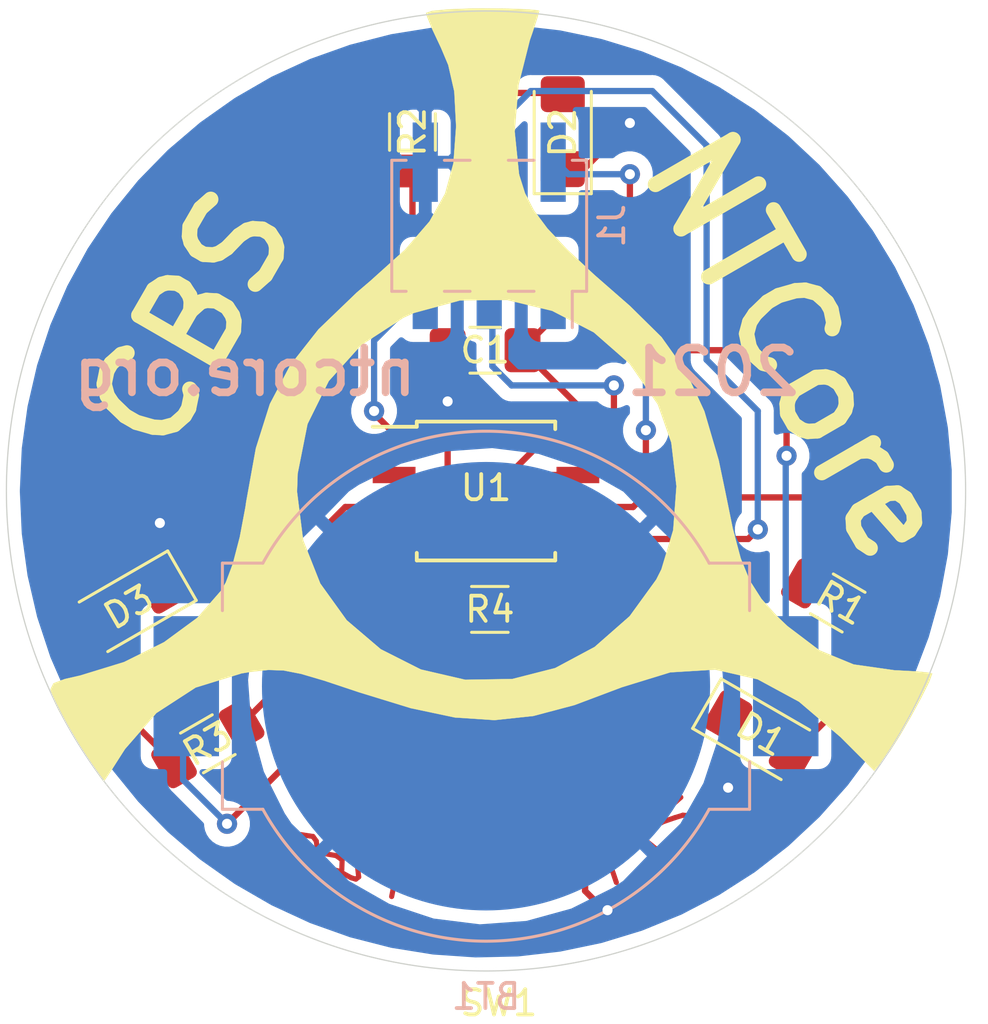
<source format=kicad_pcb>
(kicad_pcb (version 20171130) (host pcbnew "(5.1.7)-1")

  (general
    (thickness 1.6)
    (drawings 75)
    (tracks 97)
    (zones 0)
    (modules 13)
    (nets 12)
  )

  (page A4)
  (layers
    (0 F.Cu signal)
    (31 B.Cu signal)
    (32 B.Adhes user hide)
    (33 F.Adhes user hide)
    (34 B.Paste user hide)
    (35 F.Paste user hide)
    (36 B.SilkS user)
    (37 F.SilkS user)
    (38 B.Mask user)
    (39 F.Mask user)
    (40 Dwgs.User user hide)
    (41 Cmts.User user hide)
    (42 Eco1.User user)
    (43 Eco2.User user)
    (44 Edge.Cuts user)
    (45 Margin user)
    (46 B.CrtYd user hide)
    (47 F.CrtYd user hide)
    (48 B.Fab user hide)
    (49 F.Fab user hide)
  )

  (setup
    (last_trace_width 0.25)
    (trace_clearance 0.2)
    (zone_clearance 0.508)
    (zone_45_only no)
    (trace_min 0.1524)
    (via_size 0.8)
    (via_drill 0.4)
    (via_min_size 0.508)
    (via_min_drill 0.254)
    (uvia_size 0.3)
    (uvia_drill 0.1)
    (uvias_allowed no)
    (uvia_min_size 0.2)
    (uvia_min_drill 0.1)
    (edge_width 0.05)
    (segment_width 0.2)
    (pcb_text_width 0.3)
    (pcb_text_size 1.5 1.5)
    (mod_edge_width 0.12)
    (mod_text_size 1 1)
    (mod_text_width 0.15)
    (pad_size 1 1)
    (pad_drill 0)
    (pad_to_mask_clearance 0.000051)
    (aux_axis_origin 0 0)
    (visible_elements 7FFFFFFF)
    (pcbplotparams
      (layerselection 0x010fc_ffffffff)
      (usegerberextensions false)
      (usegerberattributes true)
      (usegerberadvancedattributes true)
      (creategerberjobfile true)
      (excludeedgelayer true)
      (linewidth 0.100000)
      (plotframeref false)
      (viasonmask false)
      (mode 1)
      (useauxorigin false)
      (hpglpennumber 1)
      (hpglpenspeed 20)
      (hpglpendiameter 15.000000)
      (psnegative false)
      (psa4output false)
      (plotreference true)
      (plotvalue true)
      (plotinvisibletext false)
      (padsonsilk false)
      (subtractmaskfromsilk false)
      (outputformat 1)
      (mirror false)
      (drillshape 1)
      (scaleselection 1)
      (outputdirectory ""))
  )

  (net 0 "")
  (net 1 GND)
  (net 2 VCC)
  (net 3 "Net-(D1-Pad2)")
  (net 4 "Net-(D2-Pad2)")
  (net 5 "Net-(D3-Pad2)")
  (net 6 /PB0_MOSI)
  (net 7 /RST)
  (net 8 /PB1_MISO_LED1)
  (net 9 /PB2_SCK_INT0)
  (net 10 /PB3_LED2)
  (net 11 /PB4_LED3)

  (net_class Default "This is the default net class."
    (clearance 0.2)
    (trace_width 0.25)
    (via_dia 0.8)
    (via_drill 0.4)
    (uvia_dia 0.3)
    (uvia_drill 0.1)
    (add_net /PB0_MOSI)
    (add_net /PB1_MISO_LED1)
    (add_net /PB2_SCK_INT0)
    (add_net /PB3_LED2)
    (add_net /PB4_LED3)
    (add_net /RST)
    (add_net GND)
    (add_net "Net-(D1-Pad2)")
    (add_net "Net-(D2-Pad2)")
    (add_net "Net-(D3-Pad2)")
    (add_net VCC)
  )

  (module cbs_badge:cbs_logo (layer F.Cu) (tedit 0) (tstamp 60C0CEC5)
    (at 183.388 109.982)
    (fp_text reference G*** (at 0 -17.145) (layer F.SilkS) hide
      (effects (font (size 1.524 1.524) (thickness 0.3)))
    )
    (fp_text value LOGO (at 0.75 -20.32) (layer F.SilkS) hide
      (effects (font (size 1.524 1.524) (thickness 0.3)))
    )
    (fp_poly (pts (xy 0.884081 -15.335075) (xy 1.661377 -15.306368) (xy 2.078106 -15.26506) (xy 2.116666 -15.246807)
      (xy 2.036782 -14.959387) (xy 1.836337 -14.3564) (xy 1.742833 -14.088225) (xy 1.289159 -12.292536)
      (xy 1.139266 -10.452601) (xy 1.310012 -8.787841) (xy 1.329247 -8.704859) (xy 1.550422 -8.005601)
      (xy 1.900725 -7.33076) (xy 2.438989 -6.611013) (xy 3.224044 -5.777038) (xy 4.314724 -4.759512)
      (xy 5.71793 -3.533636) (xy 6.971914 -2.296799) (xy 7.937273 -0.942216) (xy 8.673706 0.645515)
      (xy 9.240913 2.581793) (xy 9.486066 3.750226) (xy 9.805413 5.317308) (xy 10.117169 6.481918)
      (xy 10.477689 7.366874) (xy 10.943329 8.094992) (xy 11.570444 8.789089) (xy 11.974343 9.172992)
      (xy 13.244297 10.134048) (xy 14.602323 10.694026) (xy 16.229306 10.924915) (xy 16.394217 10.93198)
      (xy 17.151476 10.97289) (xy 17.63363 11.024725) (xy 17.725015 11.05515) (xy 17.603942 11.385719)
      (xy 17.290708 12.011819) (xy 16.871151 12.778723) (xy 16.431109 13.531703) (xy 16.056419 14.11603)
      (xy 15.939657 14.273354) (xy 15.419585 14.915617) (xy 14.081852 13.577884) (xy 12.433831 12.17309)
      (xy 10.789856 11.28379) (xy 9.101388 10.898928) (xy 7.319886 11.007453) (xy 5.396811 11.598308)
      (xy 5.39406 11.599443) (xy 3.515707 12.305632) (xy 1.876926 12.739555) (xy 0.33908 12.903312)
      (xy -1.236468 12.799005) (xy -2.988356 12.428736) (xy -5.055221 11.794604) (xy -5.159375 11.759383)
      (xy -6.433794 11.335307) (xy -7.347108 11.066986) (xy -8.036815 10.932945) (xy -8.640416 10.911705)
      (xy -9.295409 10.98179) (xy -9.710097 11.048566) (xy -11.533378 11.610869) (xy -13.092246 12.622066)
      (xy -14.336624 14.048945) (xy -14.413457 14.167957) (xy -14.835 14.826152) (xy -15.119365 15.253669)
      (xy -15.190003 15.345833) (xy -15.338952 15.144305) (xy -15.692967 14.621279) (xy -16.07889 14.036951)
      (xy -16.596631 13.199512) (xy -17.016438 12.438423) (xy -17.185368 12.071549) (xy -17.297472 11.678271)
      (xy -17.180252 11.442797) (xy -16.727482 11.27174) (xy -16.117082 11.132391) (xy -14.376705 10.59874)
      (xy -12.786372 9.809079) (xy -11.461507 8.837099) (xy -10.517537 7.756494) (xy -10.335523 7.441209)
      (xy -10.056957 6.69846) (xy -9.780289 5.635492) (xy -9.557712 4.458857) (xy -9.525102 4.234074)
      (xy -9.453224 3.836458) (xy -7.506249 3.836458) (xy -7.262117 5.765901) (xy -6.582474 7.481156)
      (xy -5.533184 8.93726) (xy -4.180116 10.089251) (xy -2.589134 10.892166) (xy -0.826106 11.301045)
      (xy 1.043104 11.270924) (xy 2.748157 10.836405) (xy 4.315204 9.998172) (xy 5.704717 8.779459)
      (xy 6.762594 7.323348) (xy 6.965679 6.920529) (xy 7.434701 5.362457) (xy 7.5646 3.618321)
      (xy 7.35974 1.888967) (xy 6.824489 0.375245) (xy 6.823346 0.373057) (xy 5.70697 -1.239711)
      (xy 4.280383 -2.48734) (xy 2.626968 -3.341387) (xy 0.830105 -3.773411) (xy -1.026825 -3.754967)
      (xy -2.860439 -3.257614) (xy -3.27313 -3.071012) (xy -4.965453 -1.973818) (xy -6.243916 -0.555762)
      (xy -7.08871 1.150837) (xy -7.480028 3.113656) (xy -7.506249 3.836458) (xy -9.453224 3.836458)
      (xy -9.141703 2.1132) (xy -8.58464 0.353453) (xy -7.780392 -1.17583) (xy -6.655437 -2.60531)
      (xy -5.136253 -4.065649) (xy -4.595363 -4.527021) (xy -3.213718 -5.770667) (xy -2.243993 -6.889843)
      (xy -1.624648 -7.996407) (xy -1.294142 -9.202219) (xy -1.190934 -10.619139) (xy -1.190626 -10.715625)
      (xy -1.260594 -12.047704) (xy -1.50079 -13.099095) (xy -1.785938 -13.775723) (xy -2.12701 -14.500712)
      (xy -2.342395 -15.021763) (xy -2.381251 -15.164786) (xy -2.136954 -15.246603) (xy -1.485046 -15.309176)
      (xy -0.546994 -15.342727) (xy -0.132292 -15.345833) (xy 0.884081 -15.335075)) (layer F.SilkS) (width 0.01))
  )

  (module Battery:BatteryHolder_MPD_BC2003_1x2032 (layer B.Cu) (tedit 5D9C8106) (tstamp 60B96918)
    (at 183.388 121.539)
    (descr http://www.memoryprotectiondevices.com/datasheets/BC-2003-datasheet.pdf)
    (tags "BC2003 CR2032 2032 Battery Holder")
    (path /60B92F5C)
    (attr smd)
    (fp_text reference BT1 (at 0 12.319) (layer B.SilkS)
      (effects (font (size 1 1) (thickness 0.15)) (justify mirror))
    )
    (fp_text value Battery_Cell (at 0 -11.2) (layer B.Fab)
      (effects (font (size 1 1) (thickness 0.15)) (justify mirror))
    )
    (fp_line (start -10.35 -4.765) (end 10.35 -4.765) (layer B.Fab) (width 0.1))
    (fp_line (start -10.35 4.765) (end 10.35 4.765) (layer B.Fab) (width 0.1))
    (fp_line (start -10.35 -4.765) (end -10.35 4.765) (layer B.Fab) (width 0.1))
    (fp_line (start 10.35 -4.765) (end 10.35 4.765) (layer B.Fab) (width 0.1))
    (fp_line (start 10.35 -2.525) (end 12 -2.525) (layer B.Fab) (width 0.1))
    (fp_line (start 10.35 2.525) (end 12 2.525) (layer B.Fab) (width 0.1))
    (fp_line (start 12.7 1.825) (end 12 2.525) (layer B.Fab) (width 0.1))
    (fp_line (start 12.7 -1.825) (end 12 -2.525) (layer B.Fab) (width 0.1))
    (fp_line (start 12.7 1.825) (end 12.7 -1.825) (layer B.Fab) (width 0.1))
    (fp_line (start -10.35 2.525) (end -12 2.525) (layer B.Fab) (width 0.1))
    (fp_line (start -10.35 -2.525) (end -12 -2.525) (layer B.Fab) (width 0.1))
    (fp_line (start -12.7 1.825) (end -12 2.525) (layer B.Fab) (width 0.1))
    (fp_line (start -12.7 -1.825) (end -12 -2.525) (layer B.Fab) (width 0.1))
    (fp_line (start -12.7 1.825) (end -12.7 -1.825) (layer B.Fab) (width 0.1))
    (fp_line (start -10.47 4.885) (end -8.86291 4.885) (layer B.SilkS) (width 0.12))
    (fp_line (start -10.47 3) (end -10.47 4.885) (layer B.SilkS) (width 0.12))
    (fp_line (start 10.47 3) (end 10.47 4.885) (layer B.SilkS) (width 0.12))
    (fp_line (start -10.47 -3) (end -10.47 -4.885) (layer B.SilkS) (width 0.12))
    (fp_line (start 10.47 -3) (end 10.47 -4.885) (layer B.SilkS) (width 0.12))
    (fp_line (start 10.47 4.885) (end 8.86291 4.885) (layer B.SilkS) (width 0.12))
    (fp_line (start -10.47 -4.885) (end -8.86291 -4.885) (layer B.SilkS) (width 0.12))
    (fp_line (start 10.47 -4.885) (end 8.86291 -4.885) (layer B.SilkS) (width 0.12))
    (fp_line (start 8.94 5.01) (end 10.6 5.01) (layer B.CrtYd) (width 0.05))
    (fp_line (start 10.6 5.01) (end 10.6 3.03) (layer B.CrtYd) (width 0.05))
    (fp_line (start 10.6 3.03) (end 13.45 3.03) (layer B.CrtYd) (width 0.05))
    (fp_line (start 13.45 3.03) (end 13.45 -3.03) (layer B.CrtYd) (width 0.05))
    (fp_line (start 10.6 -3.03) (end 13.45 -3.03) (layer B.CrtYd) (width 0.05))
    (fp_line (start 10.6 -5.01) (end 10.6 -3.03) (layer B.CrtYd) (width 0.05))
    (fp_line (start 8.94 -5.01) (end 10.6 -5.01) (layer B.CrtYd) (width 0.05))
    (fp_line (start -8.94 5.01) (end -10.6 5.01) (layer B.CrtYd) (width 0.05))
    (fp_line (start -10.6 5.01) (end -10.6 3.03) (layer B.CrtYd) (width 0.05))
    (fp_line (start -10.6 3.03) (end -13.45 3.03) (layer B.CrtYd) (width 0.05))
    (fp_line (start -13.45 3.03) (end -13.45 -3.03) (layer B.CrtYd) (width 0.05))
    (fp_line (start -13.45 -3.03) (end -10.6 -3.03) (layer B.CrtYd) (width 0.05))
    (fp_line (start -10.6 -5.01) (end -10.6 -3.03) (layer B.CrtYd) (width 0.05))
    (fp_line (start -10.6 -5.01) (end -8.94 -5.01) (layer B.CrtYd) (width 0.05))
    (fp_text user %R (at 0 0) (layer B.Fab)
      (effects (font (size 1 1) (thickness 0.15)) (justify mirror))
    )
    (fp_arc (start 0 0) (end 8.94 5.01) (angle 121.4) (layer B.CrtYd) (width 0.05))
    (fp_arc (start 0 0) (end -8.94 -5.01) (angle 121.3) (layer B.CrtYd) (width 0.05))
    (fp_arc (start 0 0) (end 8.86291 4.885) (angle 122.2752329) (layer B.SilkS) (width 0.12))
    (fp_arc (start 0 0) (end -8.86291 -4.885) (angle 122.3) (layer B.SilkS) (width 0.12))
    (pad 2 smd circle (at 0 0) (size 17.8 17.8) (layers B.Cu B.Mask)
      (net 1 GND))
    (pad 1 smd rect (at 11.905 0) (size 2.6 5.56) (layers B.Cu B.Paste B.Mask)
      (net 2 VCC))
    (pad 1 smd rect (at -11.905 0) (size 2.6 5.56) (layers B.Cu B.Paste B.Mask)
      (net 2 VCC))
    (model ${KISYS3DMOD}/Battery.3dshapes/BatteryHolder_MPD_BC2003_1x2032.wrl
      (at (xyz 0 0 0))
      (scale (xyz 1 1 1))
      (rotate (xyz 0 0 0))
    )
  )

  (module Capacitor_SMD:C_1206_3216Metric_Pad1.42x1.75mm_HandSolder (layer F.Cu) (tedit 5B301BBE) (tstamp 60B96929)
    (at 183.3515 108.204 180)
    (descr "Capacitor SMD 1206 (3216 Metric), square (rectangular) end terminal, IPC_7351 nominal with elongated pad for handsoldering. (Body size source: http://www.tortai-tech.com/upload/download/2011102023233369053.pdf), generated with kicad-footprint-generator")
    (tags "capacitor handsolder")
    (path /60B976BB)
    (attr smd)
    (fp_text reference C1 (at 0 0) (layer F.SilkS)
      (effects (font (size 1 1) (thickness 0.15)))
    )
    (fp_text value 100nF (at 0 1.82) (layer F.Fab)
      (effects (font (size 1 1) (thickness 0.15)))
    )
    (fp_line (start 2.45 1.12) (end -2.45 1.12) (layer F.CrtYd) (width 0.05))
    (fp_line (start 2.45 -1.12) (end 2.45 1.12) (layer F.CrtYd) (width 0.05))
    (fp_line (start -2.45 -1.12) (end 2.45 -1.12) (layer F.CrtYd) (width 0.05))
    (fp_line (start -2.45 1.12) (end -2.45 -1.12) (layer F.CrtYd) (width 0.05))
    (fp_line (start -0.602064 0.91) (end 0.602064 0.91) (layer F.SilkS) (width 0.12))
    (fp_line (start -0.602064 -0.91) (end 0.602064 -0.91) (layer F.SilkS) (width 0.12))
    (fp_line (start 1.6 0.8) (end -1.6 0.8) (layer F.Fab) (width 0.1))
    (fp_line (start 1.6 -0.8) (end 1.6 0.8) (layer F.Fab) (width 0.1))
    (fp_line (start -1.6 -0.8) (end 1.6 -0.8) (layer F.Fab) (width 0.1))
    (fp_line (start -1.6 0.8) (end -1.6 -0.8) (layer F.Fab) (width 0.1))
    (fp_text user %R (at 0 0) (layer F.Fab)
      (effects (font (size 0.8 0.8) (thickness 0.12)))
    )
    (pad 2 smd roundrect (at 1.4875 0 180) (size 1.425 1.75) (layers F.Cu F.Paste F.Mask) (roundrect_rratio 0.175439)
      (net 1 GND))
    (pad 1 smd roundrect (at -1.4875 0 180) (size 1.425 1.75) (layers F.Cu F.Paste F.Mask) (roundrect_rratio 0.175439)
      (net 2 VCC))
    (model ${KISYS3DMOD}/Capacitor_SMD.3dshapes/C_1206_3216Metric.wrl
      (at (xyz 0 0 0))
      (scale (xyz 1 1 1))
      (rotate (xyz 0 0 0))
    )
  )

  (module LED_SMD:LED_1206_3216Metric_Pad1.42x1.75mm_HandSolder (layer F.Cu) (tedit 5F68FEF1) (tstamp 60B9693C)
    (at 194.291787 123.46225 330)
    (descr "LED SMD 1206 (3216 Metric), square (rectangular) end terminal, IPC_7351 nominal, (Body size source: http://www.tortai-tech.com/upload/download/2011102023233369053.pdf), generated with kicad-footprint-generator")
    (tags "LED handsolder")
    (path /60B98849)
    (attr smd)
    (fp_text reference D1 (at 0.006648 -0.024911 150) (layer F.SilkS)
      (effects (font (size 1 1) (thickness 0.15)))
    )
    (fp_text value LED (at 0 1.82 150) (layer F.Fab)
      (effects (font (size 1 1) (thickness 0.15)))
    )
    (fp_line (start 2.45 1.12) (end -2.45 1.12) (layer F.CrtYd) (width 0.05))
    (fp_line (start 2.45 -1.12) (end 2.45 1.12) (layer F.CrtYd) (width 0.05))
    (fp_line (start -2.45 -1.12) (end 2.45 -1.12) (layer F.CrtYd) (width 0.05))
    (fp_line (start -2.45 1.12) (end -2.45 -1.12) (layer F.CrtYd) (width 0.05))
    (fp_line (start -2.46 1.135) (end 1.6 1.135) (layer F.SilkS) (width 0.12))
    (fp_line (start -2.46 -1.135) (end -2.46 1.135) (layer F.SilkS) (width 0.12))
    (fp_line (start 1.6 -1.135) (end -2.46 -1.135) (layer F.SilkS) (width 0.12))
    (fp_line (start 1.6 0.8) (end 1.6 -0.8) (layer F.Fab) (width 0.1))
    (fp_line (start -1.6 0.8) (end 1.6 0.8) (layer F.Fab) (width 0.1))
    (fp_line (start -1.6 -0.4) (end -1.6 0.8) (layer F.Fab) (width 0.1))
    (fp_line (start -1.2 -0.8) (end -1.6 -0.4) (layer F.Fab) (width 0.1))
    (fp_line (start 1.6 -0.8) (end -1.2 -0.8) (layer F.Fab) (width 0.1))
    (fp_text user %R (at 0 0 150) (layer F.Fab)
      (effects (font (size 0.8 0.8) (thickness 0.12)))
    )
    (pad 2 smd roundrect (at 1.4875 0 330) (size 1.425 1.75) (layers F.Cu F.Paste F.Mask) (roundrect_rratio 0.175439)
      (net 3 "Net-(D1-Pad2)"))
    (pad 1 smd roundrect (at -1.4875 0 330) (size 1.425 1.75) (layers F.Cu F.Paste F.Mask) (roundrect_rratio 0.175439)
      (net 1 GND))
    (model ${KISYS3DMOD}/LED_SMD.3dshapes/LED_1206_3216Metric.wrl
      (at (xyz 0 0 0))
      (scale (xyz 1 1 1))
      (rotate (xyz 0 0 0))
    )
  )

  (module LED_SMD:LED_1206_3216Metric_Pad1.42x1.75mm_HandSolder (layer F.Cu) (tedit 5F68FEF1) (tstamp 60B97FA1)
    (at 186.436 99.5315 90)
    (descr "LED SMD 1206 (3216 Metric), square (rectangular) end terminal, IPC_7351 nominal, (Body size source: http://www.tortai-tech.com/upload/download/2011102023233369053.pdf), generated with kicad-footprint-generator")
    (tags "LED handsolder")
    (path /60B99416)
    (attr smd)
    (fp_text reference D2 (at -0.0365 0 90) (layer F.SilkS)
      (effects (font (size 1 1) (thickness 0.15)))
    )
    (fp_text value LED (at 0 1.82 90) (layer F.Fab)
      (effects (font (size 1 1) (thickness 0.15)))
    )
    (fp_line (start 2.45 1.12) (end -2.45 1.12) (layer F.CrtYd) (width 0.05))
    (fp_line (start 2.45 -1.12) (end 2.45 1.12) (layer F.CrtYd) (width 0.05))
    (fp_line (start -2.45 -1.12) (end 2.45 -1.12) (layer F.CrtYd) (width 0.05))
    (fp_line (start -2.45 1.12) (end -2.45 -1.12) (layer F.CrtYd) (width 0.05))
    (fp_line (start -2.46 1.135) (end 1.6 1.135) (layer F.SilkS) (width 0.12))
    (fp_line (start -2.46 -1.135) (end -2.46 1.135) (layer F.SilkS) (width 0.12))
    (fp_line (start 1.6 -1.135) (end -2.46 -1.135) (layer F.SilkS) (width 0.12))
    (fp_line (start 1.6 0.8) (end 1.6 -0.8) (layer F.Fab) (width 0.1))
    (fp_line (start -1.6 0.8) (end 1.6 0.8) (layer F.Fab) (width 0.1))
    (fp_line (start -1.6 -0.4) (end -1.6 0.8) (layer F.Fab) (width 0.1))
    (fp_line (start -1.2 -0.8) (end -1.6 -0.4) (layer F.Fab) (width 0.1))
    (fp_line (start 1.6 -0.8) (end -1.2 -0.8) (layer F.Fab) (width 0.1))
    (fp_text user %R (at 0 0 90) (layer F.Fab)
      (effects (font (size 0.8 0.8) (thickness 0.12)))
    )
    (pad 2 smd roundrect (at 1.4875 0 90) (size 1.425 1.75) (layers F.Cu F.Paste F.Mask) (roundrect_rratio 0.175439)
      (net 4 "Net-(D2-Pad2)"))
    (pad 1 smd roundrect (at -1.4875 0 90) (size 1.425 1.75) (layers F.Cu F.Paste F.Mask) (roundrect_rratio 0.175439)
      (net 1 GND))
    (model ${KISYS3DMOD}/LED_SMD.3dshapes/LED_1206_3216Metric.wrl
      (at (xyz 0 0 0))
      (scale (xyz 1 1 1))
      (rotate (xyz 0 0 0))
    )
  )

  (module LED_SMD:LED_1206_3216Metric_Pad1.42x1.75mm_HandSolder (layer F.Cu) (tedit 5F68FEF1) (tstamp 60B96E5E)
    (at 169.182213 118.38225 210)
    (descr "LED SMD 1206 (3216 Metric), square (rectangular) end terminal, IPC_7351 nominal, (Body size source: http://www.tortai-tech.com/upload/download/2011102023233369053.pdf), generated with kicad-footprint-generator")
    (tags "LED handsolder")
    (path /60B99755)
    (attr smd)
    (fp_text reference D3 (at -0.006648 -0.024911 30) (layer F.SilkS)
      (effects (font (size 1 1) (thickness 0.15)))
    )
    (fp_text value LED (at 0 1.82 30) (layer F.Fab)
      (effects (font (size 1 1) (thickness 0.15)))
    )
    (fp_line (start 2.45 1.12) (end -2.45 1.12) (layer F.CrtYd) (width 0.05))
    (fp_line (start 2.45 -1.12) (end 2.45 1.12) (layer F.CrtYd) (width 0.05))
    (fp_line (start -2.45 -1.12) (end 2.45 -1.12) (layer F.CrtYd) (width 0.05))
    (fp_line (start -2.45 1.12) (end -2.45 -1.12) (layer F.CrtYd) (width 0.05))
    (fp_line (start -2.46 1.135) (end 1.6 1.135) (layer F.SilkS) (width 0.12))
    (fp_line (start -2.46 -1.135) (end -2.46 1.135) (layer F.SilkS) (width 0.12))
    (fp_line (start 1.6 -1.135) (end -2.46 -1.135) (layer F.SilkS) (width 0.12))
    (fp_line (start 1.6 0.8) (end 1.6 -0.8) (layer F.Fab) (width 0.1))
    (fp_line (start -1.6 0.8) (end 1.6 0.8) (layer F.Fab) (width 0.1))
    (fp_line (start -1.6 -0.4) (end -1.6 0.8) (layer F.Fab) (width 0.1))
    (fp_line (start -1.2 -0.8) (end -1.6 -0.4) (layer F.Fab) (width 0.1))
    (fp_line (start 1.6 -0.8) (end -1.2 -0.8) (layer F.Fab) (width 0.1))
    (fp_text user %R (at 0 0 120) (layer F.Fab)
      (effects (font (size 0.8 0.8) (thickness 0.12)))
    )
    (pad 2 smd roundrect (at 1.4875 0 210) (size 1.425 1.75) (layers F.Cu F.Paste F.Mask) (roundrect_rratio 0.175439)
      (net 5 "Net-(D3-Pad2)"))
    (pad 1 smd roundrect (at -1.4875 0 210) (size 1.425 1.75) (layers F.Cu F.Paste F.Mask) (roundrect_rratio 0.175439)
      (net 1 GND))
    (model ${KISYS3DMOD}/LED_SMD.3dshapes/LED_1206_3216Metric.wrl
      (at (xyz 0 0 0))
      (scale (xyz 1 1 1))
      (rotate (xyz 0 0 0))
    )
  )

  (module Connector_PinHeader_2.54mm:PinHeader_2x03_P2.54mm_Vertical_SMD (layer B.Cu) (tedit 59FED5CC) (tstamp 60B96993)
    (at 183.515 103.266 90)
    (descr "surface-mounted straight pin header, 2x03, 2.54mm pitch, double rows")
    (tags "Surface mounted pin header SMD 2x03 2.54mm double row")
    (path /60B94679)
    (attr smd)
    (fp_text reference J1 (at 0 4.87 90) (layer B.SilkS)
      (effects (font (size 1 1) (thickness 0.15)) (justify mirror))
    )
    (fp_text value AVR-ISP-6 (at 0 -4.87 90) (layer B.Fab)
      (effects (font (size 1 1) (thickness 0.15)) (justify mirror))
    )
    (fp_line (start 5.9 4.35) (end -5.9 4.35) (layer B.CrtYd) (width 0.05))
    (fp_line (start 5.9 -4.35) (end 5.9 4.35) (layer B.CrtYd) (width 0.05))
    (fp_line (start -5.9 -4.35) (end 5.9 -4.35) (layer B.CrtYd) (width 0.05))
    (fp_line (start -5.9 4.35) (end -5.9 -4.35) (layer B.CrtYd) (width 0.05))
    (fp_line (start 2.6 -0.76) (end 2.6 -1.78) (layer B.SilkS) (width 0.12))
    (fp_line (start -2.6 -0.76) (end -2.6 -1.78) (layer B.SilkS) (width 0.12))
    (fp_line (start 2.6 1.78) (end 2.6 0.76) (layer B.SilkS) (width 0.12))
    (fp_line (start -2.6 1.78) (end -2.6 0.76) (layer B.SilkS) (width 0.12))
    (fp_line (start 2.6 -3.3) (end 2.6 -3.87) (layer B.SilkS) (width 0.12))
    (fp_line (start -2.6 -3.3) (end -2.6 -3.87) (layer B.SilkS) (width 0.12))
    (fp_line (start 2.6 3.87) (end 2.6 3.3) (layer B.SilkS) (width 0.12))
    (fp_line (start -2.6 3.87) (end -2.6 3.3) (layer B.SilkS) (width 0.12))
    (fp_line (start -4.04 3.3) (end -2.6 3.3) (layer B.SilkS) (width 0.12))
    (fp_line (start -2.6 -3.87) (end 2.6 -3.87) (layer B.SilkS) (width 0.12))
    (fp_line (start -2.6 3.87) (end 2.6 3.87) (layer B.SilkS) (width 0.12))
    (fp_line (start 3.6 -2.86) (end 2.54 -2.86) (layer B.Fab) (width 0.1))
    (fp_line (start 3.6 -2.22) (end 3.6 -2.86) (layer B.Fab) (width 0.1))
    (fp_line (start 2.54 -2.22) (end 3.6 -2.22) (layer B.Fab) (width 0.1))
    (fp_line (start -3.6 -2.86) (end -2.54 -2.86) (layer B.Fab) (width 0.1))
    (fp_line (start -3.6 -2.22) (end -3.6 -2.86) (layer B.Fab) (width 0.1))
    (fp_line (start -2.54 -2.22) (end -3.6 -2.22) (layer B.Fab) (width 0.1))
    (fp_line (start 3.6 -0.32) (end 2.54 -0.32) (layer B.Fab) (width 0.1))
    (fp_line (start 3.6 0.32) (end 3.6 -0.32) (layer B.Fab) (width 0.1))
    (fp_line (start 2.54 0.32) (end 3.6 0.32) (layer B.Fab) (width 0.1))
    (fp_line (start -3.6 -0.32) (end -2.54 -0.32) (layer B.Fab) (width 0.1))
    (fp_line (start -3.6 0.32) (end -3.6 -0.32) (layer B.Fab) (width 0.1))
    (fp_line (start -2.54 0.32) (end -3.6 0.32) (layer B.Fab) (width 0.1))
    (fp_line (start 3.6 2.22) (end 2.54 2.22) (layer B.Fab) (width 0.1))
    (fp_line (start 3.6 2.86) (end 3.6 2.22) (layer B.Fab) (width 0.1))
    (fp_line (start 2.54 2.86) (end 3.6 2.86) (layer B.Fab) (width 0.1))
    (fp_line (start -3.6 2.22) (end -2.54 2.22) (layer B.Fab) (width 0.1))
    (fp_line (start -3.6 2.86) (end -3.6 2.22) (layer B.Fab) (width 0.1))
    (fp_line (start -2.54 2.86) (end -3.6 2.86) (layer B.Fab) (width 0.1))
    (fp_line (start 2.54 3.81) (end 2.54 -3.81) (layer B.Fab) (width 0.1))
    (fp_line (start -2.54 2.86) (end -1.59 3.81) (layer B.Fab) (width 0.1))
    (fp_line (start -2.54 -3.81) (end -2.54 2.86) (layer B.Fab) (width 0.1))
    (fp_line (start -1.59 3.81) (end 2.54 3.81) (layer B.Fab) (width 0.1))
    (fp_line (start 2.54 -3.81) (end -2.54 -3.81) (layer B.Fab) (width 0.1))
    (fp_text user %R (at 0 0 180) (layer B.Fab)
      (effects (font (size 1 1) (thickness 0.15)) (justify mirror))
    )
    (pad 6 smd rect (at 2.525 -2.54 90) (size 3.15 1) (layers B.Cu B.Paste B.Mask)
      (net 1 GND))
    (pad 5 smd rect (at -2.525 -2.54 90) (size 3.15 1) (layers B.Cu B.Paste B.Mask)
      (net 7 /RST))
    (pad 4 smd rect (at 2.525 0 90) (size 3.15 1) (layers B.Cu B.Paste B.Mask)
      (net 6 /PB0_MOSI))
    (pad 3 smd rect (at -2.525 0 90) (size 3.15 1) (layers B.Cu B.Paste B.Mask)
      (net 9 /PB2_SCK_INT0))
    (pad 2 smd rect (at 2.525 2.54 90) (size 3.15 1) (layers B.Cu B.Paste B.Mask)
      (net 2 VCC))
    (pad 1 smd rect (at -2.525 2.54 90) (size 3.15 1) (layers B.Cu B.Paste B.Mask)
      (net 8 /PB1_MISO_LED1))
    (model ${KISYS3DMOD}/Connector_PinHeader_2.54mm.3dshapes/PinHeader_2x03_P2.54mm_Vertical_SMD.wrl
      (at (xyz 0 0 0))
      (scale (xyz 1 1 1))
      (rotate (xyz 0 0 0))
    )
  )

  (module Resistor_SMD:R_1206_3216Metric_Pad1.30x1.75mm_HandSolder (layer F.Cu) (tedit 5F68FEEE) (tstamp 60B969A4)
    (at 197.358 118.237 150)
    (descr "Resistor SMD 1206 (3216 Metric), square (rectangular) end terminal, IPC_7351 nominal with elongated pad for handsoldering. (Body size source: IPC-SM-782 page 72, https://www.pcb-3d.com/wordpress/wp-content/uploads/ipc-sm-782a_amendment_1_and_2.pdf), generated with kicad-footprint-generator")
    (tags "resistor handsolder")
    (path /60B9C7EF)
    (attr smd)
    (fp_text reference R1 (at -0.109985 0.0635 150) (layer F.SilkS)
      (effects (font (size 1 1) (thickness 0.15)))
    )
    (fp_text value 470 (at 0 1.82 150) (layer F.Fab)
      (effects (font (size 1 1) (thickness 0.15)))
    )
    (fp_line (start 2.45 1.12) (end -2.45 1.12) (layer F.CrtYd) (width 0.05))
    (fp_line (start 2.45 -1.12) (end 2.45 1.12) (layer F.CrtYd) (width 0.05))
    (fp_line (start -2.45 -1.12) (end 2.45 -1.12) (layer F.CrtYd) (width 0.05))
    (fp_line (start -2.45 1.12) (end -2.45 -1.12) (layer F.CrtYd) (width 0.05))
    (fp_line (start -0.727064 0.91) (end 0.727064 0.91) (layer F.SilkS) (width 0.12))
    (fp_line (start -0.727064 -0.91) (end 0.727064 -0.91) (layer F.SilkS) (width 0.12))
    (fp_line (start 1.6 0.8) (end -1.6 0.8) (layer F.Fab) (width 0.1))
    (fp_line (start 1.6 -0.8) (end 1.6 0.8) (layer F.Fab) (width 0.1))
    (fp_line (start -1.6 -0.8) (end 1.6 -0.8) (layer F.Fab) (width 0.1))
    (fp_line (start -1.6 0.8) (end -1.6 -0.8) (layer F.Fab) (width 0.1))
    (fp_text user %R (at 0 0 150) (layer F.Fab)
      (effects (font (size 0.8 0.8) (thickness 0.12)))
    )
    (pad 2 smd roundrect (at 1.55 0 150) (size 1.3 1.75) (layers F.Cu F.Paste F.Mask) (roundrect_rratio 0.192308)
      (net 8 /PB1_MISO_LED1))
    (pad 1 smd roundrect (at -1.55 0 150) (size 1.3 1.75) (layers F.Cu F.Paste F.Mask) (roundrect_rratio 0.192308)
      (net 3 "Net-(D1-Pad2)"))
    (model ${KISYS3DMOD}/Resistor_SMD.3dshapes/R_1206_3216Metric.wrl
      (at (xyz 0 0 0))
      (scale (xyz 1 1 1))
      (rotate (xyz 0 0 0))
    )
  )

  (module Resistor_SMD:R_1206_3216Metric_Pad1.30x1.75mm_HandSolder (layer F.Cu) (tedit 5F68FEEE) (tstamp 60B9725D)
    (at 180.467 99.542 270)
    (descr "Resistor SMD 1206 (3216 Metric), square (rectangular) end terminal, IPC_7351 nominal with elongated pad for handsoldering. (Body size source: IPC-SM-782 page 72, https://www.pcb-3d.com/wordpress/wp-content/uploads/ipc-sm-782a_amendment_1_and_2.pdf), generated with kicad-footprint-generator")
    (tags "resistor handsolder")
    (path /60B9D045)
    (attr smd)
    (fp_text reference R2 (at 0 0 90) (layer F.SilkS)
      (effects (font (size 1 1) (thickness 0.15)))
    )
    (fp_text value 470 (at 0 1.82 90) (layer F.Fab)
      (effects (font (size 1 1) (thickness 0.15)))
    )
    (fp_line (start 2.45 1.12) (end -2.45 1.12) (layer F.CrtYd) (width 0.05))
    (fp_line (start 2.45 -1.12) (end 2.45 1.12) (layer F.CrtYd) (width 0.05))
    (fp_line (start -2.45 -1.12) (end 2.45 -1.12) (layer F.CrtYd) (width 0.05))
    (fp_line (start -2.45 1.12) (end -2.45 -1.12) (layer F.CrtYd) (width 0.05))
    (fp_line (start -0.727064 0.91) (end 0.727064 0.91) (layer F.SilkS) (width 0.12))
    (fp_line (start -0.727064 -0.91) (end 0.727064 -0.91) (layer F.SilkS) (width 0.12))
    (fp_line (start 1.6 0.8) (end -1.6 0.8) (layer F.Fab) (width 0.1))
    (fp_line (start 1.6 -0.8) (end 1.6 0.8) (layer F.Fab) (width 0.1))
    (fp_line (start -1.6 -0.8) (end 1.6 -0.8) (layer F.Fab) (width 0.1))
    (fp_line (start -1.6 0.8) (end -1.6 -0.8) (layer F.Fab) (width 0.1))
    (fp_text user %R (at 0 0 90) (layer F.Fab)
      (effects (font (size 0.8 0.8) (thickness 0.12)))
    )
    (pad 2 smd roundrect (at 1.55 0 270) (size 1.3 1.75) (layers F.Cu F.Paste F.Mask) (roundrect_rratio 0.192308)
      (net 10 /PB3_LED2))
    (pad 1 smd roundrect (at -1.55 0 270) (size 1.3 1.75) (layers F.Cu F.Paste F.Mask) (roundrect_rratio 0.192308)
      (net 4 "Net-(D2-Pad2)"))
    (model ${KISYS3DMOD}/Resistor_SMD.3dshapes/R_1206_3216Metric.wrl
      (at (xyz 0 0 0))
      (scale (xyz 1 1 1))
      (rotate (xyz 0 0 0))
    )
  )

  (module Resistor_SMD:R_1206_3216Metric_Pad1.30x1.75mm_HandSolder (layer F.Cu) (tedit 5F68FEEE) (tstamp 60B969C6)
    (at 172.339 123.825 30)
    (descr "Resistor SMD 1206 (3216 Metric), square (rectangular) end terminal, IPC_7351 nominal with elongated pad for handsoldering. (Body size source: IPC-SM-782 page 72, https://www.pcb-3d.com/wordpress/wp-content/uploads/ipc-sm-782a_amendment_1_and_2.pdf), generated with kicad-footprint-generator")
    (tags "resistor handsolder")
    (path /60B9D378)
    (attr smd)
    (fp_text reference R3 (at 0 0 30) (layer F.SilkS)
      (effects (font (size 1 1) (thickness 0.15)))
    )
    (fp_text value 470 (at 0 1.82 30) (layer F.Fab)
      (effects (font (size 1 1) (thickness 0.15)))
    )
    (fp_line (start 2.45 1.12) (end -2.45 1.12) (layer F.CrtYd) (width 0.05))
    (fp_line (start 2.45 -1.12) (end 2.45 1.12) (layer F.CrtYd) (width 0.05))
    (fp_line (start -2.45 -1.12) (end 2.45 -1.12) (layer F.CrtYd) (width 0.05))
    (fp_line (start -2.45 1.12) (end -2.45 -1.12) (layer F.CrtYd) (width 0.05))
    (fp_line (start -0.727064 0.91) (end 0.727064 0.91) (layer F.SilkS) (width 0.12))
    (fp_line (start -0.727064 -0.91) (end 0.727064 -0.91) (layer F.SilkS) (width 0.12))
    (fp_line (start 1.6 0.8) (end -1.6 0.8) (layer F.Fab) (width 0.1))
    (fp_line (start 1.6 -0.8) (end 1.6 0.8) (layer F.Fab) (width 0.1))
    (fp_line (start -1.6 -0.8) (end 1.6 -0.8) (layer F.Fab) (width 0.1))
    (fp_line (start -1.6 0.8) (end -1.6 -0.8) (layer F.Fab) (width 0.1))
    (fp_text user %R (at 0 0 30) (layer F.Fab)
      (effects (font (size 0.8 0.8) (thickness 0.12)))
    )
    (pad 2 smd roundrect (at 1.55 0 30) (size 1.3 1.75) (layers F.Cu F.Paste F.Mask) (roundrect_rratio 0.192308)
      (net 11 /PB4_LED3))
    (pad 1 smd roundrect (at -1.55 0 30) (size 1.3 1.75) (layers F.Cu F.Paste F.Mask) (roundrect_rratio 0.192308)
      (net 5 "Net-(D3-Pad2)"))
    (model ${KISYS3DMOD}/Resistor_SMD.3dshapes/R_1206_3216Metric.wrl
      (at (xyz 0 0 0))
      (scale (xyz 1 1 1))
      (rotate (xyz 0 0 0))
    )
  )

  (module Package_SO:SOIJ-8_5.3x5.3mm_P1.27mm (layer F.Cu) (tedit 5A02F2D3) (tstamp 60B97E79)
    (at 183.388 113.792)
    (descr "8-Lead Plastic Small Outline (SM) - Medium, 5.28 mm Body [SOIC] (see Microchip Packaging Specification 00000049BS.pdf)")
    (tags "SOIC 1.27")
    (path /60B902F8)
    (attr smd)
    (fp_text reference U1 (at 0 -0.127) (layer F.SilkS)
      (effects (font (size 1 1) (thickness 0.15)))
    )
    (fp_text value ATtiny45-20SU (at 0 3.68) (layer F.Fab)
      (effects (font (size 1 1) (thickness 0.15)))
    )
    (fp_line (start -2.75 -2.55) (end -4.5 -2.55) (layer F.SilkS) (width 0.15))
    (fp_line (start -2.75 2.755) (end 2.75 2.755) (layer F.SilkS) (width 0.15))
    (fp_line (start -2.75 -2.755) (end 2.75 -2.755) (layer F.SilkS) (width 0.15))
    (fp_line (start -2.75 2.755) (end -2.75 2.455) (layer F.SilkS) (width 0.15))
    (fp_line (start 2.75 2.755) (end 2.75 2.455) (layer F.SilkS) (width 0.15))
    (fp_line (start 2.75 -2.755) (end 2.75 -2.455) (layer F.SilkS) (width 0.15))
    (fp_line (start -2.75 -2.755) (end -2.75 -2.55) (layer F.SilkS) (width 0.15))
    (fp_line (start -4.75 2.95) (end 4.75 2.95) (layer F.CrtYd) (width 0.05))
    (fp_line (start -4.75 -2.95) (end 4.75 -2.95) (layer F.CrtYd) (width 0.05))
    (fp_line (start 4.75 -2.95) (end 4.75 2.95) (layer F.CrtYd) (width 0.05))
    (fp_line (start -4.75 -2.95) (end -4.75 2.95) (layer F.CrtYd) (width 0.05))
    (fp_line (start -2.65 -1.65) (end -1.65 -2.65) (layer F.Fab) (width 0.15))
    (fp_line (start -2.65 2.65) (end -2.65 -1.65) (layer F.Fab) (width 0.15))
    (fp_line (start 2.65 2.65) (end -2.65 2.65) (layer F.Fab) (width 0.15))
    (fp_line (start 2.65 -2.65) (end 2.65 2.65) (layer F.Fab) (width 0.15))
    (fp_line (start -1.65 -2.65) (end 2.65 -2.65) (layer F.Fab) (width 0.15))
    (fp_text user %R (at 0 0) (layer F.Fab)
      (effects (font (size 1 1) (thickness 0.15)))
    )
    (pad 8 smd rect (at 3.65 -1.905) (size 1.7 0.65) (layers F.Cu F.Paste F.Mask)
      (net 2 VCC))
    (pad 7 smd rect (at 3.65 -0.635) (size 1.7 0.65) (layers F.Cu F.Paste F.Mask)
      (net 9 /PB2_SCK_INT0))
    (pad 6 smd rect (at 3.65 0.635) (size 1.7 0.65) (layers F.Cu F.Paste F.Mask)
      (net 8 /PB1_MISO_LED1))
    (pad 5 smd rect (at 3.65 1.905) (size 1.7 0.65) (layers F.Cu F.Paste F.Mask)
      (net 6 /PB0_MOSI))
    (pad 4 smd rect (at -3.65 1.905) (size 1.7 0.65) (layers F.Cu F.Paste F.Mask)
      (net 1 GND))
    (pad 3 smd rect (at -3.65 0.635) (size 1.7 0.65) (layers F.Cu F.Paste F.Mask)
      (net 11 /PB4_LED3))
    (pad 2 smd rect (at -3.65 -0.635) (size 1.7 0.65) (layers F.Cu F.Paste F.Mask)
      (net 10 /PB3_LED2))
    (pad 1 smd rect (at -3.65 -1.905) (size 1.7 0.65) (layers F.Cu F.Paste F.Mask)
      (net 7 /RST))
    (model ${KISYS3DMOD}/Package_SO.3dshapes/SOIJ-8_5.3x5.3mm_P1.27mm.wrl
      (at (xyz 0 0 0))
      (scale (xyz 1 1 1))
      (rotate (xyz 0 0 0))
    )
  )

  (module Resistor_SMD:R_1206_3216Metric_Pad1.30x1.75mm_HandSolder (layer F.Cu) (tedit 5F68FEEE) (tstamp 60BF946D)
    (at 183.541 118.491 180)
    (descr "Resistor SMD 1206 (3216 Metric), square (rectangular) end terminal, IPC_7351 nominal with elongated pad for handsoldering. (Body size source: IPC-SM-782 page 72, https://www.pcb-3d.com/wordpress/wp-content/uploads/ipc-sm-782a_amendment_1_and_2.pdf), generated with kicad-footprint-generator")
    (tags "resistor handsolder")
    (path /60BE5452)
    (attr smd)
    (fp_text reference R4 (at 0 0) (layer F.SilkS)
      (effects (font (size 1 1) (thickness 0.15)))
    )
    (fp_text value 10M (at 0 1.82) (layer F.Fab)
      (effects (font (size 1 1) (thickness 0.15)))
    )
    (fp_line (start 2.45 1.12) (end -2.45 1.12) (layer F.CrtYd) (width 0.05))
    (fp_line (start 2.45 -1.12) (end 2.45 1.12) (layer F.CrtYd) (width 0.05))
    (fp_line (start -2.45 -1.12) (end 2.45 -1.12) (layer F.CrtYd) (width 0.05))
    (fp_line (start -2.45 1.12) (end -2.45 -1.12) (layer F.CrtYd) (width 0.05))
    (fp_line (start -0.727064 0.91) (end 0.727064 0.91) (layer F.SilkS) (width 0.12))
    (fp_line (start -0.727064 -0.91) (end 0.727064 -0.91) (layer F.SilkS) (width 0.12))
    (fp_line (start 1.6 0.8) (end -1.6 0.8) (layer F.Fab) (width 0.1))
    (fp_line (start 1.6 -0.8) (end 1.6 0.8) (layer F.Fab) (width 0.1))
    (fp_line (start -1.6 -0.8) (end 1.6 -0.8) (layer F.Fab) (width 0.1))
    (fp_line (start -1.6 0.8) (end -1.6 -0.8) (layer F.Fab) (width 0.1))
    (fp_text user %R (at 0 0) (layer F.Fab)
      (effects (font (size 0.8 0.8) (thickness 0.12)))
    )
    (pad 2 smd roundrect (at 1.55 0 180) (size 1.3 1.75) (layers F.Cu F.Paste F.Mask) (roundrect_rratio 0.192308)
      (net 2 VCC))
    (pad 1 smd roundrect (at -1.55 0 180) (size 1.3 1.75) (layers F.Cu F.Paste F.Mask) (roundrect_rratio 0.192308)
      (net 9 /PB2_SCK_INT0))
    (model ${KISYS3DMOD}/Resistor_SMD.3dshapes/R_1206_3216Metric.wrl
      (at (xyz 0 0 0))
      (scale (xyz 1 1 1))
      (rotate (xyz 0 0 0))
    )
  )

  (module cbs_badge:neuron (layer F.Cu) (tedit 60C3A761) (tstamp 60BF91F5)
    (at 183.896 126.746)
    (path /60BE4AC0)
    (fp_text reference SW1 (at 0 7.366) (layer F.SilkS)
      (effects (font (size 1 1) (thickness 0.15)))
    )
    (fp_text value TOUCH (at 0 -0.5) (layer F.Fab)
      (effects (font (size 1 1) (thickness 0.15)))
    )
    (fp_poly (pts (xy -4.722 -0.692) (xy -5.497 0.249) (xy -5.66 0.85) (xy -5.391 1.159)
      (xy -4.87 1.225) (xy -4.278 1.098) (xy -3.793 0.825) (xy -3.597 0.456)
      (xy -3.868 0.04) (xy -4.294 -0.391) (xy -4.722 -0.692)) (layer F.Mask) (width 0.2032))
    (fp_line (start -4.178 -0.237) (end -3.718 -0.469) (layer F.Mask) (width 0.2032))
    (fp_line (start -3.718 -0.469) (end -3.417 -0.986) (layer F.Mask) (width 0.2032))
    (fp_line (start -3.417 -0.986) (end -3.192 -1.534) (layer F.Mask) (width 0.2032))
    (fp_line (start -3.192 -1.534) (end -2.962 -1.86) (layer F.Mask) (width 0.2032))
    (fp_line (start -2.962 -1.86) (end -2.175 -1.963) (layer F.Mask) (width 0.2032))
    (fp_line (start -2.175 -1.963) (end -1.286 -2.009) (layer F.Mask) (width 0.2032))
    (fp_line (start -1.286 -2.009) (end -0.821 -2.079) (layer F.Mask) (width 0.2032))
    (fp_line (start -0.821 -2.079) (end -0.296 -2.051) (layer F.Mask) (width 0.2032))
    (fp_line (start -0.296 -2.051) (end 0.761 -1.936) (layer F.Mask) (width 0.2032))
    (fp_line (start 0.761 -1.936) (end 1.884 -1.961) (layer F.Mask) (width 0.2032))
    (fp_line (start -3.153 -1.619) (end -2.921 -1.544) (layer F.Mask) (width 0.2032))
    (fp_line (start -2.921 -1.544) (end -2.866 -1.319) (layer F.Mask) (width 0.2032))
    (fp_line (start -2.866 -1.319) (end -2.855 -1.064) (layer F.Mask) (width 0.2032))
    (fp_line (start -2.855 -1.064) (end -2.753 -0.901) (layer F.Mask) (width 0.2032))
    (fp_line (start -2.753 -0.901) (end -1.933 -0.764) (layer F.Mask) (width 0.2032))
    (fp_line (start -1.933 -0.764) (end -0.738 -0.735) (layer F.Mask) (width 0.2032))
    (fp_line (start -0.738 -0.735) (end 1.463 -0.779) (layer F.Mask) (width 0.2032))
    (fp_line (start -3.652 0.301) (end -3.173 0.309) (layer F.Mask) (width 0.2032))
    (fp_line (start -3.173 0.309) (end -2.89 0.622) (layer F.Mask) (width 0.2032))
    (fp_line (start -2.89 0.622) (end -2.407 0.64) (layer F.Mask) (width 0.2032))
    (fp_line (start -2.407 0.64) (end -1.905 0.504) (layer F.Mask) (width 0.2032))
    (fp_line (start -1.905 0.504) (end -0.946 0.446) (layer F.Mask) (width 0.2032))
    (fp_line (start -0.946 0.446) (end -0.02 0.566) (layer F.Mask) (width 0.2032))
    (fp_line (start -0.02 0.566) (end 0.704 0.509) (layer F.Mask) (width 0.2032))
    (fp_line (start 0.704 0.509) (end 1.411 0.336) (layer F.Mask) (width 0.2032))
    (fp_line (start -2.823 0.684) (end -2.807 1.278) (layer F.Mask) (width 0.2032))
    (fp_line (start -2.807 1.278) (end -2.614 1.756) (layer F.Mask) (width 0.2032))
    (fp_line (start -2.614 1.756) (end -0.808 1.889) (layer F.Mask) (width 0.2032))
    (fp_line (start -0.808 1.889) (end 1.25 1.813) (layer F.Mask) (width 0.2032))
    (fp_line (start -4.389 1.142) (end -4.144 1.188) (layer F.Mask) (width 0.2032))
    (fp_line (start -4.144 1.188) (end -3.936 1.371) (layer F.Mask) (width 0.2032))
    (fp_line (start -3.936 1.371) (end -3.602 1.979) (layer F.Mask) (width 0.2032))
    (fp_line (start -3.602 1.979) (end -3.333 2.64) (layer F.Mask) (width 0.2032))
    (fp_line (start -3.333 2.64) (end -3.074 3.023) (layer F.Mask) (width 0.2032))
    (fp_line (start -3.074 3.023) (end -2.082 3.271) (layer F.Mask) (width 0.2032))
    (fp_line (start -2.082 3.271) (end -0.742 3.341) (layer F.Mask) (width 0.2032))
    (fp_line (start -0.742 3.341) (end 1.77 3.203) (layer F.Mask) (width 0.2032))
    (fp_line (start -3.579 2.113) (end -3.817 2.497) (layer F.Mask) (width 0.2032))
    (fp_line (start -3.817 2.497) (end -4.035 2.685) (layer F.Mask) (width 0.2032))
    (fp_line (start -4.035 2.685) (end -4.195 2.844) (layer F.Mask) (width 0.2032))
    (fp_line (start -4.195 2.844) (end -4.256 3.142) (layer F.Mask) (width 0.2032))
    (fp_line (start -5.401 1.142) (end -5.573 1.292) (layer F.Mask) (width 0.2032))
    (fp_line (start -5.573 1.292) (end -5.663 1.486) (layer F.Mask) (width 0.2032))
    (fp_line (start -5.663 1.486) (end -5.565 2.364) (layer F.Mask) (width 0.2032))
    (fp_line (start -5.565 2.364) (end -5.68 2.451) (layer F.Mask) (width 0.2032))
    (fp_line (start -5.68 2.451) (end -5.867 2.395) (layer F.Mask) (width 0.2032))
    (fp_line (start -5.867 2.395) (end -6.351 2.133) (layer F.Mask) (width 0.2032))
    (fp_line (start -6.351 2.133) (end -6.592 2.064) (layer F.Mask) (width 0.2032))
    (fp_line (start -6.592 2.064) (end -6.796 2.13) (layer F.Mask) (width 0.2032))
    (fp_line (start -6.238 2.127) (end -6.222 1.688) (layer F.Mask) (width 0.2032))
    (fp_line (start -6.222 1.688) (end -6.457 1.518) (layer F.Mask) (width 0.2032))
    (fp_line (start -6.457 1.518) (end -7.039 1.416) (layer F.Mask) (width 0.2032))
    (fp_line (start -7.039 1.416) (end -7.218 1.176) (layer F.Mask) (width 0.2032))
    (fp_line (start -7.218 1.176) (end -7.25 0.939) (layer F.Mask) (width 0.2032))
    (fp_line (start -7.25 0.939) (end -7.381 0.757) (layer F.Mask) (width 0.2032))
    (fp_line (start -7.381 0.757) (end -7.858 0.684) (layer F.Mask) (width 0.2032))
    (fp_line (start -5.445 0.156) (end -5.598 -0.368) (layer F.Mask) (width 0.2032))
    (fp_line (start -5.598 -0.368) (end -6.006 -0.465) (layer F.Mask) (width 0.2032))
    (fp_line (start -6.006 -0.465) (end -6.514 -0.424) (layer F.Mask) (width 0.2032))
    (fp_line (start -6.514 -0.424) (end -6.97 -0.535) (layer F.Mask) (width 0.2032))
    (fp_line (start -6.97 -0.535) (end -7.527 -1.076) (layer F.Mask) (width 0.2032))
    (fp_poly (pts (xy 2.91 0.353) (xy 3.276 -0.336) (xy 3.467 -0.658) (xy 3.763 -0.901)
      (xy 4.111 -0.978) (xy 4.427 -0.883) (xy 4.922 -0.375) (xy 5.156 0.222)
      (xy 5.146 0.43) (xy 5.035 0.51) (xy 4.783 0.619) (xy 4.513 0.684)
      (xy 4.111 0.503) (xy 3.694 0.388) (xy 3.286 0.413) (xy 2.91 0.353)) (layer F.Mask) (width 0.2032))
    (fp_line (start 3.833 -0.919) (end 3.993 -1.335) (layer F.Mask) (width 0.2032))
    (fp_line (start 3.993 -1.335) (end 4.06 -1.773) (layer F.Mask) (width 0.2032))
    (fp_line (start 4.06 -1.773) (end 3.555 -1.971) (layer F.Mask) (width 0.2032))
    (fp_line (start 3.555 -1.971) (end 3.331 -2.034) (layer F.Mask) (width 0.2032))
    (fp_line (start 3.331 -2.034) (end 3.136 -2.26) (layer F.Mask) (width 0.2032))
    (fp_line (start 3.136 -2.26) (end 3.179 -2.601) (layer F.Mask) (width 0.2032))
    (fp_line (start 3.179 -2.601) (end 3.441 -2.924) (layer F.Mask) (width 0.2032))
    (fp_line (start 3.441 -2.924) (end 3.625 -3.185) (layer F.Mask) (width 0.2032))
    (fp_line (start 3.625 -3.185) (end 3.432 -3.341) (layer F.Mask) (width 0.2032))
    (fp_line (start 3.981 -1.844) (end 3.964 -2.24) (layer F.Mask) (width 0.2032))
    (fp_line (start 3.964 -2.24) (end 4.094 -2.464) (layer F.Mask) (width 0.2032))
    (fp_line (start 4.094 -2.464) (end 4.587 -2.614) (layer F.Mask) (width 0.2032))
    (fp_line (start 4.587 -2.614) (end 5.045 -2.736) (layer F.Mask) (width 0.2032))
    (fp_line (start 5.045 -2.736) (end 5.131 -2.924) (layer F.Mask) (width 0.2032))
    (fp_line (start 5.131 -2.924) (end 5.053 -3.271) (layer F.Mask) (width 0.2032))
    (fp_line (start 4.774 -0.535) (end 4.943 -0.987) (layer F.Mask) (width 0.2032))
    (fp_line (start 4.943 -0.987) (end 5.195 -1.003) (layer F.Mask) (width 0.2032))
    (fp_line (start 5.195 -1.003) (end 5.489 -0.863) (layer F.Mask) (width 0.2032))
    (fp_line (start 5.489 -0.863) (end 5.785 -0.849) (layer F.Mask) (width 0.2032))
    (fp_line (start 5.785 -0.849) (end 6.412 -1.46) (layer F.Mask) (width 0.2032))
    (fp_line (start 6.412 -1.46) (end 6.715 -1.698) (layer F.Mask) (width 0.2032))
    (fp_line (start 6.715 -1.698) (end 7.144 -1.703) (layer F.Mask) (width 0.2032))
    (fp_line (start 6.15 -1.128) (end 5.541 -1.649) (layer F.Mask) (width 0.2032))
    (fp_line (start 5.541 -1.649) (end 5.732 -2.348) (layer F.Mask) (width 0.2032))
    (fp_line (start 5.157 0.074) (end 5.488 -0.1) (layer F.Mask) (width 0.2032))
    (fp_line (start 5.488 -0.1) (end 5.811 0.1) (layer F.Mask) (width 0.2032))
    (fp_line (start 5.811 0.1) (end 6.203 0.284) (layer F.Mask) (width 0.2032))
    (fp_line (start 6.203 0.284) (end 6.994 0.011) (layer F.Mask) (width 0.2032))
    (fp_line (start 6.994 0.011) (end 7.312 -0.086) (layer F.Mask) (width 0.2032))
    (fp_line (start 7.312 -0.086) (end 7.858 -0.048) (layer F.Mask) (width 0.2032))
    (fp_line (start 6.464 0.21) (end 6.525 -0.105) (layer F.Mask) (width 0.2032))
    (fp_line (start 6.525 -0.105) (end 6.731 -0.353) (layer F.Mask) (width 0.2032))
    (fp_line (start 6.731 -0.353) (end 7.231 -0.797) (layer F.Mask) (width 0.2032))
    (fp_line (start 5.889 0.214) (end 5.67 0.725) (layer F.Mask) (width 0.2032))
    (fp_line (start 5.67 0.725) (end 5.901 0.974) (layer F.Mask) (width 0.2032))
    (fp_line (start 5.901 0.974) (end 6.235 1.244) (layer F.Mask) (width 0.2032))
    (fp_line (start 6.235 1.244) (end 6.325 1.817) (layer F.Mask) (width 0.2032))
    (fp_line (start 4.37 0.649) (end 3.97 1.325) (layer F.Mask) (width 0.2032))
    (fp_line (start 3.97 1.325) (end 4.123 1.683) (layer F.Mask) (width 0.2032))
    (fp_line (start 4.123 1.683) (end 4.474 2.007) (layer F.Mask) (width 0.2032))
    (fp_line (start 4.474 2.007) (end 4.669 2.583) (layer F.Mask) (width 0.2032))
    (fp_line (start 2.91 0.353) (end 2.642 0.48) (layer F.Mask) (width 0.2032))
    (fp_line (start 2.642 0.48) (end 2.528 0.701) (layer F.Mask) (width 0.2032))
    (fp_line (start 2.528 0.701) (end 2.583 1.318) (layer F.Mask) (width 0.2032))
    (fp_line (start 2.583 1.318) (end 2.728 1.989) (layer F.Mask) (width 0.2032))
    (fp_line (start 2.728 1.989) (end 2.618 2.497) (layer F.Mask) (width 0.2032))
    (fp_line (start 2.618 2.497) (end -2.372 2.544) (layer F.Mask) (width 0.2032))
    (fp_line (start 2.077 2.524) (end 2.192 1.737) (layer F.Mask) (width 0.2032))
    (fp_line (start 2.192 1.737) (end 1.812 1.242) (layer F.Mask) (width 0.2032))
    (fp_line (start 1.812 1.242) (end 1.535 1.118) (layer F.Mask) (width 0.2032))
    (fp_line (start 1.535 1.118) (end 1.24 1.146) (layer F.Mask) (width 0.2032))
    (fp_line (start 1.24 1.146) (end 0.427 1.232) (layer F.Mask) (width 0.2032))
    (fp_line (start 0.427 1.232) (end -1.729 1.235) (layer F.Mask) (width 0.2032))
    (fp_line (start 1.788 1.207) (end 1.949 0.492) (layer F.Mask) (width 0.2032))
    (fp_line (start 1.949 0.492) (end 2.07 0.116) (layer F.Mask) (width 0.2032))
    (fp_line (start 2.07 0.116) (end 2.038 -0.222) (layer F.Mask) (width 0.2032))
    (fp_line (start 2.038 -0.222) (end 0.645 -0.133) (layer F.Mask) (width 0.2032))
    (fp_line (start 0.645 -0.133) (end -0.491 -0.092) (layer F.Mask) (width 0.2032))
    (fp_line (start -0.491 -0.092) (end -1.416 -0.182) (layer F.Mask) (width 0.2032))
    (fp_line (start 1.951 -0.257) (end 2.081 -0.852) (layer F.Mask) (width 0.2032))
    (fp_line (start 2.081 -0.852) (end 1.878 -1.2) (layer F.Mask) (width 0.2032))
    (fp_line (start 1.878 -1.2) (end 1.426 -1.358) (layer F.Mask) (width 0.2032))
    (fp_line (start 1.426 -1.358) (end 0.804 -1.387) (layer F.Mask) (width 0.2032))
    (fp_line (start 0.804 -1.387) (end -0.62 -1.293) (layer F.Mask) (width 0.2032))
    (fp_line (start -0.62 -1.293) (end -1.743 -1.391) (layer F.Mask) (width 0.2032))
    (fp_poly (pts (xy -4.722 -0.692) (xy -5.497 0.249) (xy -5.66 0.85) (xy -5.391 1.159)
      (xy -4.87 1.225) (xy -4.278 1.098) (xy -3.793 0.825) (xy -3.597 0.456)
      (xy -3.868 0.04) (xy -4.294 -0.391) (xy -4.722 -0.692)) (layer F.Cu) (width 0.2032))
    (fp_line (start -4.178 -0.237) (end -3.718 -0.469) (layer F.Cu) (width 0.2032))
    (fp_line (start -3.718 -0.469) (end -3.417 -0.986) (layer F.Cu) (width 0.2032))
    (fp_line (start -3.417 -0.986) (end -3.192 -1.534) (layer F.Cu) (width 0.2032))
    (fp_line (start -3.192 -1.534) (end -2.962 -1.86) (layer F.Cu) (width 0.2032))
    (fp_line (start -2.962 -1.86) (end -2.175 -1.963) (layer F.Cu) (width 0.2032))
    (fp_line (start -2.175 -1.963) (end -1.286 -2.009) (layer F.Cu) (width 0.2032))
    (fp_line (start -1.286 -2.009) (end -0.821 -2.079) (layer F.Cu) (width 0.2032))
    (fp_line (start -0.821 -2.079) (end -0.296 -2.051) (layer F.Cu) (width 0.2032))
    (fp_line (start -0.296 -2.051) (end 0.761 -1.936) (layer F.Cu) (width 0.2032))
    (fp_line (start 0.761 -1.936) (end 1.884 -1.961) (layer F.Cu) (width 0.2032))
    (fp_line (start -3.153 -1.619) (end -2.921 -1.544) (layer F.Cu) (width 0.2032))
    (fp_line (start -2.921 -1.544) (end -2.866 -1.319) (layer F.Cu) (width 0.2032))
    (fp_line (start -2.866 -1.319) (end -2.855 -1.064) (layer F.Cu) (width 0.2032))
    (fp_line (start -2.855 -1.064) (end -2.753 -0.901) (layer F.Cu) (width 0.2032))
    (fp_line (start -2.753 -0.901) (end -1.933 -0.764) (layer F.Cu) (width 0.2032))
    (fp_line (start -1.933 -0.764) (end -0.738 -0.735) (layer F.Cu) (width 0.2032))
    (fp_line (start -0.738 -0.735) (end 1.463 -0.779) (layer F.Cu) (width 0.2032))
    (fp_line (start -3.652 0.301) (end -3.173 0.309) (layer F.Cu) (width 0.2032))
    (fp_line (start -3.173 0.309) (end -2.89 0.622) (layer F.Cu) (width 0.2032))
    (fp_line (start -2.89 0.622) (end -2.407 0.64) (layer F.Cu) (width 0.2032))
    (fp_line (start -2.407 0.64) (end -1.905 0.504) (layer F.Cu) (width 0.2032))
    (fp_line (start -1.905 0.504) (end -0.946 0.446) (layer F.Cu) (width 0.2032))
    (fp_line (start -0.946 0.446) (end -0.02 0.566) (layer F.Cu) (width 0.2032))
    (fp_line (start -0.02 0.566) (end 0.704 0.509) (layer F.Cu) (width 0.2032))
    (fp_line (start 0.704 0.509) (end 1.411 0.336) (layer F.Cu) (width 0.2032))
    (fp_line (start -2.823 0.684) (end -2.807 1.278) (layer F.Cu) (width 0.2032))
    (fp_line (start -2.807 1.278) (end -2.614 1.756) (layer F.Cu) (width 0.2032))
    (fp_line (start -2.614 1.756) (end -0.808 1.889) (layer F.Cu) (width 0.2032))
    (fp_line (start -0.808 1.889) (end 1.25 1.813) (layer F.Cu) (width 0.2032))
    (fp_line (start -4.389 1.142) (end -4.144 1.188) (layer F.Cu) (width 0.2032))
    (fp_line (start -4.144 1.188) (end -3.936 1.371) (layer F.Cu) (width 0.2032))
    (fp_line (start -3.936 1.371) (end -3.602 1.979) (layer F.Cu) (width 0.2032))
    (fp_line (start -3.602 1.979) (end -3.333 2.64) (layer F.Cu) (width 0.2032))
    (fp_line (start -3.333 2.64) (end -3.074 3.023) (layer F.Cu) (width 0.2032))
    (fp_line (start -3.074 3.023) (end -2.082 3.271) (layer F.Cu) (width 0.2032))
    (fp_line (start -2.082 3.271) (end -0.742 3.341) (layer F.Cu) (width 0.2032))
    (fp_line (start -0.742 3.341) (end 1.77 3.203) (layer F.Cu) (width 0.2032))
    (fp_line (start -3.579 2.113) (end -3.817 2.497) (layer F.Cu) (width 0.2032))
    (fp_line (start -3.817 2.497) (end -4.035 2.685) (layer F.Cu) (width 0.2032))
    (fp_line (start -4.035 2.685) (end -4.195 2.844) (layer F.Cu) (width 0.2032))
    (fp_line (start -4.195 2.844) (end -4.256 3.142) (layer F.Cu) (width 0.2032))
    (fp_line (start -5.401 1.142) (end -5.573 1.292) (layer F.Cu) (width 0.2032))
    (fp_line (start -5.573 1.292) (end -5.663 1.486) (layer F.Cu) (width 0.2032))
    (fp_line (start -5.663 1.486) (end -5.565 2.364) (layer F.Cu) (width 0.2032))
    (fp_line (start -5.565 2.364) (end -5.68 2.451) (layer F.Cu) (width 0.2032))
    (fp_line (start -5.68 2.451) (end -5.867 2.395) (layer F.Cu) (width 0.2032))
    (fp_line (start -5.867 2.395) (end -6.351 2.133) (layer F.Cu) (width 0.2032))
    (fp_line (start -6.351 2.133) (end -6.592 2.064) (layer F.Cu) (width 0.2032))
    (fp_line (start -6.592 2.064) (end -6.796 2.13) (layer F.Cu) (width 0.2032))
    (fp_line (start -6.238 2.127) (end -6.222 1.688) (layer F.Cu) (width 0.2032))
    (fp_line (start -6.222 1.688) (end -6.457 1.518) (layer F.Cu) (width 0.2032))
    (fp_line (start -6.457 1.518) (end -7.039 1.416) (layer F.Cu) (width 0.2032))
    (fp_line (start -7.039 1.416) (end -7.218 1.176) (layer F.Cu) (width 0.2032))
    (fp_line (start -7.218 1.176) (end -7.25 0.939) (layer F.Cu) (width 0.2032))
    (fp_line (start -7.25 0.939) (end -7.381 0.757) (layer F.Cu) (width 0.2032))
    (fp_line (start -7.381 0.757) (end -7.858 0.684) (layer F.Cu) (width 0.2032))
    (fp_line (start -5.445 0.156) (end -5.598 -0.368) (layer F.Cu) (width 0.2032))
    (fp_line (start -5.598 -0.368) (end -6.006 -0.465) (layer F.Cu) (width 0.2032))
    (fp_line (start -6.006 -0.465) (end -6.514 -0.424) (layer F.Cu) (width 0.2032))
    (fp_line (start -6.514 -0.424) (end -6.97 -0.535) (layer F.Cu) (width 0.2032))
    (fp_line (start -6.97 -0.535) (end -7.527 -1.076) (layer F.Cu) (width 0.2032))
    (fp_poly (pts (xy 2.91 0.353) (xy 3.276 -0.336) (xy 3.467 -0.658) (xy 3.763 -0.901)
      (xy 4.111 -0.978) (xy 4.427 -0.883) (xy 4.922 -0.375) (xy 5.156 0.222)
      (xy 5.146 0.43) (xy 5.035 0.51) (xy 4.783 0.619) (xy 4.513 0.684)
      (xy 4.111 0.503) (xy 3.694 0.388) (xy 3.286 0.413) (xy 2.91 0.353)) (layer F.Cu) (width 0.2032))
    (fp_line (start 3.833 -0.919) (end 3.993 -1.335) (layer F.Cu) (width 0.2032))
    (fp_line (start 3.993 -1.335) (end 4.06 -1.773) (layer F.Cu) (width 0.2032))
    (fp_line (start 4.06 -1.773) (end 3.555 -1.971) (layer F.Cu) (width 0.2032))
    (fp_line (start 3.555 -1.971) (end 3.331 -2.034) (layer F.Cu) (width 0.2032))
    (fp_line (start 3.331 -2.034) (end 3.136 -2.26) (layer F.Cu) (width 0.2032))
    (fp_line (start 3.136 -2.26) (end 3.179 -2.601) (layer F.Cu) (width 0.2032))
    (fp_line (start 3.179 -2.601) (end 3.441 -2.924) (layer F.Cu) (width 0.2032))
    (fp_line (start 3.441 -2.924) (end 3.625 -3.185) (layer F.Cu) (width 0.2032))
    (fp_line (start 3.625 -3.185) (end 3.432 -3.341) (layer F.Cu) (width 0.2032))
    (fp_line (start 3.981 -1.844) (end 3.964 -2.24) (layer F.Cu) (width 0.2032))
    (fp_line (start 3.964 -2.24) (end 4.094 -2.464) (layer F.Cu) (width 0.2032))
    (fp_line (start 4.094 -2.464) (end 4.587 -2.614) (layer F.Cu) (width 0.2032))
    (fp_line (start 4.587 -2.614) (end 5.045 -2.736) (layer F.Cu) (width 0.2032))
    (fp_line (start 5.045 -2.736) (end 5.131 -2.924) (layer F.Cu) (width 0.2032))
    (fp_line (start 5.131 -2.924) (end 5.053 -3.271) (layer F.Cu) (width 0.2032))
    (fp_line (start 4.774 -0.535) (end 4.943 -0.987) (layer F.Cu) (width 0.2032))
    (fp_line (start 4.943 -0.987) (end 5.195 -1.003) (layer F.Cu) (width 0.2032))
    (fp_line (start 5.195 -1.003) (end 5.489 -0.863) (layer F.Cu) (width 0.2032))
    (fp_line (start 5.489 -0.863) (end 5.785 -0.849) (layer F.Cu) (width 0.2032))
    (fp_line (start 5.785 -0.849) (end 6.412 -1.46) (layer F.Cu) (width 0.2032))
    (fp_line (start 6.412 -1.46) (end 6.715 -1.698) (layer F.Cu) (width 0.2032))
    (fp_line (start 6.715 -1.698) (end 7.144 -1.703) (layer F.Cu) (width 0.2032))
    (fp_line (start 6.15 -1.128) (end 5.541 -1.649) (layer F.Cu) (width 0.2032))
    (fp_line (start 5.541 -1.649) (end 5.732 -2.348) (layer F.Cu) (width 0.2032))
    (fp_line (start 5.157 0.074) (end 5.488 -0.1) (layer F.Cu) (width 0.2032))
    (fp_line (start 5.488 -0.1) (end 5.811 0.1) (layer F.Cu) (width 0.2032))
    (fp_line (start 5.811 0.1) (end 6.203 0.284) (layer F.Cu) (width 0.2032))
    (fp_line (start 6.203 0.284) (end 6.994 0.011) (layer F.Cu) (width 0.2032))
    (fp_line (start 6.994 0.011) (end 7.312 -0.086) (layer F.Cu) (width 0.2032))
    (fp_line (start 7.312 -0.086) (end 7.858 -0.048) (layer F.Cu) (width 0.2032))
    (fp_line (start 6.464 0.21) (end 6.525 -0.105) (layer F.Cu) (width 0.2032))
    (fp_line (start 6.525 -0.105) (end 6.731 -0.353) (layer F.Cu) (width 0.2032))
    (fp_line (start 6.731 -0.353) (end 7.231 -0.797) (layer F.Cu) (width 0.2032))
    (fp_line (start 5.889 0.214) (end 5.67 0.725) (layer F.Cu) (width 0.2032))
    (fp_line (start 5.67 0.725) (end 5.901 0.974) (layer F.Cu) (width 0.2032))
    (fp_line (start 5.901 0.974) (end 6.235 1.244) (layer F.Cu) (width 0.2032))
    (fp_line (start 6.235 1.244) (end 6.325 1.817) (layer F.Cu) (width 0.2032))
    (fp_line (start 4.37 0.649) (end 3.97 1.325) (layer F.Cu) (width 0.2032))
    (fp_line (start 3.97 1.325) (end 4.123 1.683) (layer F.Cu) (width 0.2032))
    (fp_line (start 4.123 1.683) (end 4.474 2.007) (layer F.Cu) (width 0.2032))
    (fp_line (start 4.474 2.007) (end 4.669 2.583) (layer F.Cu) (width 0.2032))
    (fp_line (start 2.91 0.353) (end 2.642 0.48) (layer F.Cu) (width 0.2032))
    (fp_line (start 2.642 0.48) (end 2.528 0.701) (layer F.Cu) (width 0.2032))
    (fp_line (start 2.528 0.701) (end 2.583 1.318) (layer F.Cu) (width 0.2032))
    (fp_line (start 2.583 1.318) (end 2.728 1.989) (layer F.Cu) (width 0.2032))
    (fp_line (start 2.728 1.989) (end 2.618 2.497) (layer F.Cu) (width 0.2032))
    (fp_line (start 2.618 2.497) (end -2.372 2.544) (layer F.Cu) (width 0.2032))
    (fp_line (start 2.077 2.524) (end 2.192 1.737) (layer F.Cu) (width 0.2032))
    (fp_line (start 2.192 1.737) (end 1.812 1.242) (layer F.Cu) (width 0.2032))
    (fp_line (start 1.812 1.242) (end 1.535 1.118) (layer F.Cu) (width 0.2032))
    (fp_line (start 1.535 1.118) (end 1.24 1.146) (layer F.Cu) (width 0.2032))
    (fp_line (start 1.24 1.146) (end 0.427 1.232) (layer F.Cu) (width 0.2032))
    (fp_line (start 0.427 1.232) (end -1.729 1.235) (layer F.Cu) (width 0.2032))
    (fp_line (start 1.788 1.207) (end 1.949 0.492) (layer F.Cu) (width 0.2032))
    (fp_line (start 1.949 0.492) (end 2.07 0.116) (layer F.Cu) (width 0.2032))
    (fp_line (start 2.07 0.116) (end 2.038 -0.222) (layer F.Cu) (width 0.2032))
    (fp_line (start 2.038 -0.222) (end 0.645 -0.133) (layer F.Cu) (width 0.2032))
    (fp_line (start 0.645 -0.133) (end -0.491 -0.092) (layer F.Cu) (width 0.2032))
    (fp_line (start -0.491 -0.092) (end -1.416 -0.182) (layer F.Cu) (width 0.2032))
    (fp_line (start 1.951 -0.257) (end 2.081 -0.852) (layer F.Cu) (width 0.2032))
    (fp_line (start 2.081 -0.852) (end 1.878 -1.2) (layer F.Cu) (width 0.2032))
    (fp_line (start 1.878 -1.2) (end 1.426 -1.358) (layer F.Cu) (width 0.2032))
    (fp_line (start 1.426 -1.358) (end 0.804 -1.387) (layer F.Cu) (width 0.2032))
    (fp_line (start 0.804 -1.387) (end -0.62 -1.293) (layer F.Cu) (width 0.2032))
    (fp_line (start -0.62 -1.293) (end -1.743 -1.391) (layer F.Cu) (width 0.2032))
    (pad 2 smd circle (at 4.0894 -0.2032) (size 1 1) (layers F.Cu)
      (net 1 GND))
    (pad 1 smd circle (at -4.6736 0.3556) (size 1 1) (layers F.Cu)
      (net 9 /PB2_SCK_INT0))
  )

  (gr_text 2021 (at 192.405 109.0676) (layer B.SilkS) (tstamp 60C3B475)
    (effects (font (size 1.778 1.778) (thickness 0.3048)) (justify mirror))
  )
  (gr_text ntcore.org (at 173.8122 109.0676) (layer B.SilkS)
    (effects (font (size 1.778 1.778) (thickness 0.3048)) (justify mirror))
  )
  (gr_text NTCore (at 195.707 108.077 -60) (layer F.SilkS) (tstamp 60BFDB9F)
    (effects (font (size 3.556 3.556) (thickness 0.6096)))
  )
  (gr_text CBS (at 171.704 107.061 60) (layer F.SilkS) (tstamp 60BFDB9C)
    (effects (font (size 3.556 3.556) (thickness 0.6096)))
  )
  (gr_circle (center 183.515 113.665) (end 189.865 109.347) (layer Dwgs.User) (width 0.15))
  (gr_line (start 184.393174 98.527974) (end 184.341563 100.191002) (layer Dwgs.User) (width 0.2))
  (gr_line (start 184.981828 95.864424) (end 184.565363 97.169642) (layer Dwgs.User) (width 0.2))
  (gr_line (start 185.315523 95.048582) (end 184.981828 95.864424) (layer Dwgs.User) (width 0.2))
  (gr_line (start 184.341563 100.191002) (end 184.579823 101.719704) (layer Dwgs.User) (width 0.2))
  (gr_line (start 184.565363 97.169642) (end 184.393174 98.527974) (layer Dwgs.User) (width 0.2))
  (gr_line (start 172.008003 121.288742) (end 170.707368 122.09375) (layer Dwgs.User) (width 0.2))
  (gr_line (start 192.491383 112.822362) (end 193.121017 116.156433) (layer Dwgs.User) (width 0.2))
  (gr_line (start 171.191973 119.831952) (end 172.396733 118.861251) (layer Dwgs.User) (width 0.2))
  (gr_line (start 190.416793 120.80846) (end 189.103512 121.282023) (layer Dwgs.User) (width 0.2))
  (gr_line (start 181.565484 95.682734) (end 181.172433 95.070582) (layer Dwgs.User) (width 0.2))
  (gr_line (start 182.279663 97.290512) (end 181.565484 95.682734) (layer Dwgs.User) (width 0.2))
  (gr_line (start 173.317303 117.609472) (end 173.80812 116.353802) (layer Dwgs.User) (width 0.2))
  (gr_line (start 198.319183 121.063942) (end 200.068642 121.249333) (layer Dwgs.User) (width 0.2))
  (gr_line (start 193.463266 117.181662) (end 193.857383 117.895262) (layer Dwgs.User) (width 0.2))
  (gr_line (start 197.241713 123.039502) (end 196.15145 122.211207) (layer Dwgs.User) (width 0.2))
  (gr_line (start 192.105565 111.143899) (end 192.491383 112.822362) (layer Dwgs.User) (width 0.2))
  (gr_line (start 180.628714 104.246001) (end 181.345459 103.43699) (layer Dwgs.User) (width 0.2))
  (gr_line (start 191.749653 120.605652) (end 190.416793 120.80846) (layer Dwgs.User) (width 0.2))
  (gr_line (start 182.549711 98.642277) (end 182.279663 97.290512) (layer Dwgs.User) (width 0.2))
  (gr_line (start 197.013489 120.621928) (end 198.319183 121.063942) (layer Dwgs.User) (width 0.2))
  (gr_line (start 195.666013 119.898042) (end 197.013489 120.621928) (layer Dwgs.User) (width 0.2))
  (gr_line (start 194.737023 121.335002) (end 193.294 120.777) (layer Dwgs.User) (width 0.2))
  (gr_line (start 182.596543 100.171162) (end 182.549711 98.642277) (layer Dwgs.User) (width 0.2))
  (gr_line (start 182.225992 101.613748) (end 182.596543 100.171162) (layer Dwgs.User) (width 0.2))
  (gr_line (start 196.15145 122.211207) (end 194.737023 121.335002) (layer Dwgs.User) (width 0.2))
  (gr_line (start 191.388039 109.50372) (end 192.105565 111.143899) (layer Dwgs.User) (width 0.2))
  (gr_line (start 175.733789 109.073162) (end 176.795462 107.631679) (layer Dwgs.User) (width 0.2))
  (gr_line (start 175.461837 120.7393) (end 174.646793 120.723812) (layer Dwgs.User) (width 0.2))
  (gr_line (start 179.723043 122.077272) (end 176.520834 120.955518) (layer Dwgs.User) (width 0.2))
  (gr_line (start 187.749953 121.857798) (end 186.296263 122.367242) (layer Dwgs.User) (width 0.2))
  (gr_line (start 186.045651 104.195726) (end 187.112414 105.096276) (layer Dwgs.User) (width 0.2))
  (gr_line (start 185.203613 103.142822) (end 186.045651 104.195726) (layer Dwgs.User) (width 0.2))
  (gr_line (start 181.766393 102.738882) (end 182.225992 101.613748) (layer Dwgs.User) (width 0.2))
  (gr_line (start 169.671723 123.003502) (end 168.636443 124.425887) (layer Dwgs.User) (width 0.2))
  (gr_line (start 188.287847 105.980594) (end 189.455893 106.984802) (layer Dwgs.User) (width 0.2))
  (gr_line (start 198.16383 124.052775) (end 197.241713 123.039502) (layer Dwgs.User) (width 0.2))
  (gr_line (start 181.345459 103.43699) (end 181.766393 102.738882) (layer Dwgs.User) (width 0.2))
  (gr_line (start 166.251523 121.559682) (end 167.124911 121.440752) (layer Dwgs.User) (width 0.2))
  (gr_line (start 193.857383 117.895262) (end 194.601978 118.855852) (layer Dwgs.User) (width 0.2))
  (gr_line (start 187.112414 105.096276) (end 188.287847 105.980594) (layer Dwgs.User) (width 0.2))
  (gr_line (start 174.518413 112.005912) (end 174.948861 110.594123) (layer Dwgs.User) (width 0.2))
  (gr_line (start 193.121017 116.156433) (end 193.463266 117.181662) (layer Dwgs.User) (width 0.2))
  (gr_line (start 170.707368 122.09375) (end 169.671723 123.003502) (layer Dwgs.User) (width 0.2))
  (gr_line (start 183.14874 122.781071) (end 181.369542 122.582377) (layer Dwgs.User) (width 0.2))
  (gr_line (start 200.068642 121.249333) (end 200.795303 121.215012) (layer Dwgs.User) (width 0.2))
  (gr_line (start 168.636443 124.425887) (end 168.302833 125.072352) (layer Dwgs.User) (width 0.2))
  (gr_line (start 178.056143 106.458322) (end 180.628714 104.246001) (layer Dwgs.User) (width 0.2))
  (gr_line (start 176.795462 107.631679) (end 178.056143 106.458322) (layer Dwgs.User) (width 0.2))
  (gr_line (start 172.396733 118.861251) (end 173.317303 117.609472) (layer Dwgs.User) (width 0.2))
  (gr_line (start 176.520834 120.955518) (end 175.461837 120.7393) (layer Dwgs.User) (width 0.2))
  (gr_line (start 181.369542 122.582377) (end 179.723043 122.077272) (layer Dwgs.User) (width 0.2))
  (gr_line (start 190.463313 108.063471) (end 191.388039 109.50372) (layer Dwgs.User) (width 0.2))
  (gr_line (start 174.948861 110.594123) (end 175.733789 109.073162) (layer Dwgs.User) (width 0.2))
  (gr_line (start 174.232768 113.519572) (end 174.518413 112.005912) (layer Dwgs.User) (width 0.2))
  (gr_line (start 169.725943 120.618771) (end 171.191973 119.831952) (layer Dwgs.User) (width 0.2))
  (gr_line (start 174.646793 120.723812) (end 173.44259 120.888358) (layer Dwgs.User) (width 0.2))
  (gr_line (start 173.44259 120.888358) (end 172.008003 121.288742) (layer Dwgs.User) (width 0.2))
  (gr_line (start 184.858395 122.700357) (end 183.14874 122.781071) (layer Dwgs.User) (width 0.2))
  (gr_line (start 189.455893 106.984802) (end 190.463313 108.063471) (layer Dwgs.User) (width 0.2))
  (gr_line (start 168.463493 121.148812) (end 169.725943 120.618771) (layer Dwgs.User) (width 0.2))
  (gr_line (start 186.296263 122.367242) (end 184.858395 122.700357) (layer Dwgs.User) (width 0.2))
  (gr_line (start 174.054639 114.979686) (end 174.232768 113.519572) (layer Dwgs.User) (width 0.2))
  (gr_line (start 194.601978 118.855852) (end 195.666013 119.898042) (layer Dwgs.User) (width 0.2))
  (gr_line (start 173.80812 116.353802) (end 174.054639 114.979686) (layer Dwgs.User) (width 0.2))
  (gr_line (start 167.124911 121.440752) (end 168.463493 121.148812) (layer Dwgs.User) (width 0.2))
  (gr_line (start 189.103512 121.282023) (end 187.749953 121.857798) (layer Dwgs.User) (width 0.2))
  (gr_line (start 198.703523 124.749682) (end 198.16383 124.052775) (layer Dwgs.User) (width 0.2))
  (gr_line (start 184.579823 101.719704) (end 185.203613 103.142822) (layer Dwgs.User) (width 0.2))
  (gr_line (start 193.294 120.777) (end 191.749653 120.605652) (layer Dwgs.User) (width 0.2))
  (gr_circle (center 183.388 113.792) (end 202.438 113.792) (layer Edge.Cuts) (width 0.05) (tstamp 60B96F5F))

  (segment (start 187.9854 126.5428) (end 187.278294 126.5428) (width 0.25) (layer F.Cu) (net 1))
  (via (at 189.103 99.187) (size 0.8) (drill 0.4) (layers F.Cu B.Cu) (net 1))
  (segment (start 187.271 101.019) (end 189.103 99.187) (width 0.25) (layer F.Cu) (net 1))
  (segment (start 186.436 101.019) (end 187.271 101.019) (width 0.25) (layer F.Cu) (net 1))
  (via (at 170.434 115.062) (size 0.8) (drill 0.4) (layers F.Cu B.Cu) (net 1))
  (segment (start 170.434 117.856) (end 170.434 115.062) (width 0.25) (layer F.Cu) (net 1))
  (segment (start 180.457 115.697) (end 179.738 115.697) (width 0.25) (layer F.Cu) (net 1))
  (segment (start 181.864 114.29) (end 180.457 115.697) (width 0.25) (layer F.Cu) (net 1))
  (via (at 181.864 110.236) (size 0.8) (drill 0.4) (layers F.Cu B.Cu) (net 1))
  (segment (start 181.864 108.204) (end 181.864 110.236) (width 0.25) (layer F.Cu) (net 1))
  (segment (start 181.864 110.236) (end 181.864 114.29) (width 0.25) (layer F.Cu) (net 1))
  (via (at 193.003574 125.56656) (size 0.8) (drill 0.4) (layers F.Cu B.Cu) (net 1))
  (segment (start 193.003574 122.7185) (end 193.003574 125.56656) (width 0.25) (layer F.Cu) (net 1))
  (segment (start 187.9854 126.5428) (end 187.325 127.2032) (width 0.25) (layer F.Cu) (net 1))
  (segment (start 187.325 127.2032) (end 187.325 129.667) (width 0.25) (layer F.Cu) (net 1))
  (via (at 188.214 130.429) (size 0.8) (drill 0.4) (layers F.Cu B.Cu) (net 1))
  (segment (start 188.087 130.429) (end 188.214 130.429) (width 0.25) (layer F.Cu) (net 1))
  (segment (start 187.325 129.667) (end 188.087 130.429) (width 0.25) (layer F.Cu) (net 1))
  (via (at 173.101 127) (size 0.8) (drill 0.4) (layers F.Cu B.Cu) (net 2))
  (segment (start 171.356 125.255) (end 173.101 127) (width 0.25) (layer B.Cu) (net 2))
  (segment (start 171.356 121.539) (end 171.356 125.255) (width 0.25) (layer B.Cu) (net 2))
  (segment (start 181.61 118.491) (end 181.991 118.491) (width 0.25) (layer F.Cu) (net 2))
  (segment (start 173.101 127) (end 181.61 118.491) (width 0.25) (layer F.Cu) (net 2))
  (segment (start 184.839 108.204) (end 184.839 108.15) (width 0.25) (layer F.Cu) (net 2))
  (via (at 189.103 101.219) (size 0.8) (drill 0.4) (layers F.Cu B.Cu) (net 2))
  (segment (start 189.103 103.886) (end 189.103 101.219) (width 0.25) (layer F.Cu) (net 2))
  (segment (start 184.839 108.15) (end 189.103 103.886) (width 0.25) (layer F.Cu) (net 2))
  (segment (start 186.66 101.219) (end 186.182 100.741) (width 0.25) (layer B.Cu) (net 2))
  (segment (start 189.103 101.219) (end 186.66 101.219) (width 0.25) (layer B.Cu) (net 2))
  (segment (start 181.991 115.453) (end 181.991 118.491) (width 0.25) (layer F.Cu) (net 2))
  (segment (start 185.557 111.887) (end 181.991 115.453) (width 0.25) (layer F.Cu) (net 2))
  (segment (start 187.038 111.887) (end 185.557 111.887) (width 0.25) (layer F.Cu) (net 2))
  (segment (start 187.038 110.403) (end 187.038 111.887) (width 0.25) (layer F.Cu) (net 2))
  (segment (start 184.839 108.204) (end 187.038 110.403) (width 0.25) (layer F.Cu) (net 2))
  (segment (start 195.293 121.539) (end 195.293 112.428) (width 0.25) (layer B.Cu) (net 2))
  (via (at 195.326 112.395) (size 0.8) (drill 0.4) (layers F.Cu B.Cu) (net 2))
  (segment (start 195.293 112.428) (end 195.326 112.395) (width 0.25) (layer B.Cu) (net 2))
  (segment (start 194.31 108.204) (end 184.839 108.204) (width 0.25) (layer F.Cu) (net 2))
  (segment (start 195.326 109.22) (end 194.31 108.204) (width 0.25) (layer F.Cu) (net 2))
  (segment (start 195.326 112.395) (end 195.326 109.22) (width 0.25) (layer F.Cu) (net 2))
  (segment (start 198.700339 121.085661) (end 195.58 124.206) (width 0.25) (layer F.Cu) (net 3))
  (segment (start 198.700339 119.012) (end 198.700339 121.085661) (width 0.25) (layer F.Cu) (net 3))
  (segment (start 186.384 97.992) (end 186.436 98.044) (width 0.25) (layer F.Cu) (net 4))
  (segment (start 180.594 97.992) (end 186.384 97.992) (width 0.25) (layer F.Cu) (net 4))
  (segment (start 167.857574 121.460913) (end 170.996661 124.6) (width 0.25) (layer F.Cu) (net 5))
  (segment (start 167.857574 119.3435) (end 167.857574 121.460913) (width 0.25) (layer F.Cu) (net 5))
  (segment (start 183.642 100.741) (end 183.642 99.441) (width 0.25) (layer B.Cu) (net 6))
  (segment (start 183.642 99.441) (end 185.166 97.917) (width 0.25) (layer B.Cu) (net 6))
  (segment (start 185.166 97.917) (end 189.992 97.917) (width 0.25) (layer B.Cu) (net 6))
  (segment (start 189.992 97.917) (end 192.151 100.076) (width 0.25) (layer B.Cu) (net 6))
  (via (at 194.183 115.316) (size 0.8) (drill 0.4) (layers F.Cu B.Cu) (net 6))
  (segment (start 194.183 115.316) (end 194.183 110.617) (width 0.25) (layer B.Cu) (net 6))
  (segment (start 192.151 108.585) (end 192.151 100.076) (width 0.25) (layer B.Cu) (net 6))
  (segment (start 194.183 110.617) (end 192.151 108.585) (width 0.25) (layer B.Cu) (net 6))
  (segment (start 193.802 115.697) (end 194.183 115.316) (width 0.25) (layer F.Cu) (net 6))
  (segment (start 187.038 115.697) (end 193.802 115.697) (width 0.25) (layer F.Cu) (net 6))
  (segment (start 181.102 105.791) (end 180.975 105.791) (width 0.25) (layer B.Cu) (net 7))
  (segment (start 178.943 107.823) (end 178.943 109.347) (width 0.25) (layer B.Cu) (net 7))
  (segment (start 180.975 105.791) (end 178.943 107.823) (width 0.25) (layer B.Cu) (net 7))
  (segment (start 178.943 110.711) (end 179.738 111.506) (width 0.25) (layer F.Cu) (net 7))
  (segment (start 179.738 111.506) (end 179.738 111.887) (width 0.25) (layer F.Cu) (net 7))
  (via (at 178.943 110.617) (size 0.8) (drill 0.4) (layers F.Cu B.Cu) (net 7))
  (segment (start 178.943 109.347) (end 178.943 110.617) (width 0.25) (layer B.Cu) (net 7))
  (segment (start 186.182 105.791) (end 187.071 105.791) (width 0.25) (layer B.Cu) (net 8))
  (via (at 189.738 111.379) (size 0.8) (drill 0.4) (layers F.Cu B.Cu) (net 8))
  (segment (start 189.738 108.458) (end 189.738 111.379) (width 0.25) (layer B.Cu) (net 8))
  (segment (start 187.071 105.791) (end 189.738 108.458) (width 0.25) (layer B.Cu) (net 8))
  (segment (start 189.738 113.919) (end 189.611 114.046) (width 0.25) (layer F.Cu) (net 8))
  (segment (start 189.738 111.379) (end 189.738 113.919) (width 0.25) (layer F.Cu) (net 8))
  (segment (start 196.977 116.500661) (end 196.015661 117.462) (width 0.25) (layer F.Cu) (net 8))
  (segment (start 196.977 114.554) (end 196.977 116.500661) (width 0.25) (layer F.Cu) (net 8))
  (segment (start 196.469 114.046) (end 196.977 114.554) (width 0.25) (layer F.Cu) (net 8))
  (segment (start 189.611 114.046) (end 196.469 114.046) (width 0.25) (layer F.Cu) (net 8))
  (segment (start 189.23 114.427) (end 187.038 114.427) (width 0.25) (layer F.Cu) (net 8))
  (segment (start 189.611 114.046) (end 189.23 114.427) (width 0.25) (layer F.Cu) (net 8))
  (segment (start 179.2224 127.1016) (end 179.2224 124.5616) (width 0.25) (layer F.Cu) (net 9))
  (segment (start 185.091 118.693) (end 185.091 118.491) (width 0.25) (layer F.Cu) (net 9))
  (segment (start 179.2224 124.5616) (end 185.091 118.693) (width 0.25) (layer F.Cu) (net 9))
  (segment (start 183.642 105.791) (end 183.642 108.839) (width 0.25) (layer B.Cu) (net 9))
  (via (at 188.468 109.601) (size 0.8) (drill 0.4) (layers F.Cu B.Cu) (net 9))
  (segment (start 184.404 109.601) (end 188.468 109.601) (width 0.25) (layer B.Cu) (net 9))
  (segment (start 183.642 108.839) (end 184.404 109.601) (width 0.25) (layer B.Cu) (net 9))
  (segment (start 185.091 113.59) (end 185.091 118.491) (width 0.25) (layer F.Cu) (net 9))
  (segment (start 185.524 113.157) (end 185.091 113.59) (width 0.25) (layer F.Cu) (net 9))
  (segment (start 187.757 113.157) (end 185.524 113.157) (width 0.25) (layer F.Cu) (net 9))
  (segment (start 188.468 112.446) (end 187.757 113.157) (width 0.25) (layer F.Cu) (net 9))
  (segment (start 188.468 109.601) (end 188.468 112.446) (width 0.25) (layer F.Cu) (net 9))
  (segment (start 177.038 111.176) (end 179.019 113.157) (width 0.25) (layer F.Cu) (net 10))
  (segment (start 177.038 106.68) (end 177.038 111.176) (width 0.25) (layer F.Cu) (net 10))
  (segment (start 180.467 103.251) (end 177.038 106.68) (width 0.25) (layer F.Cu) (net 10))
  (segment (start 180.467 101.219) (end 180.467 103.251) (width 0.25) (layer F.Cu) (net 10))
  (segment (start 179.019 113.157) (end 179.357 113.157) (width 0.25) (layer F.Cu) (net 10))
  (segment (start 180.594 101.092) (end 180.467 101.219) (width 0.25) (layer F.Cu) (net 10))
  (segment (start 177.038 119.693339) (end 173.681339 123.05) (width 0.25) (layer F.Cu) (net 11))
  (segment (start 177.8 114.427) (end 177.038 115.189) (width 0.25) (layer F.Cu) (net 11))
  (segment (start 177.038 115.189) (end 177.038 119.693339) (width 0.25) (layer F.Cu) (net 11))
  (segment (start 179.357 114.427) (end 177.8 114.427) (width 0.25) (layer F.Cu) (net 11))

  (zone (net 0) (net_name "") (layer F.Mask) (tstamp 0) (hatch edge 0.508)
    (connect_pads (clearance 0.508))
    (min_thickness 0.254)
    (fill yes (arc_segments 32) (thermal_gap 0.508) (thermal_bridge_width 0.508))
    (polygon
      (pts
        (xy 181.356 122.6312) (xy 179.3748 124.6378) (xy 179.3748 126.0856) (xy 179.07 126.0348) (xy 179.07 124.5616)
        (xy 179.0954 124.4854) (xy 181.0258 122.555)
      )
    )
    (filled_polygon
      (pts
        (xy 181.105838 122.703808) (xy 179.284427 124.548571) (xy 179.268756 124.567917) (xy 179.25716 124.589948) (xy 179.250085 124.613817)
        (xy 179.2478 124.6378) (xy 179.2478 125.935682) (xy 179.197 125.927215) (xy 179.197 124.58221) (xy 179.206402 124.554004)
        (xy 181.06583 122.694576)
      )
    )
  )
  (zone (net 1) (net_name GND) (layer B.Cu) (tstamp 0) (hatch edge 0.508)
    (connect_pads (clearance 0.508))
    (min_thickness 0.254)
    (fill yes (arc_segments 32) (thermal_gap 0.508) (thermal_bridge_width 0.508))
    (polygon
      (pts
        (xy 202.575159 94.624041) (xy 202.554841 132.959959) (xy 164.084 132.588) (xy 164.232591 94.304334)
      )
    )
    (filled_polygon
      (pts
        (xy 184.642978 95.444871) (xy 186.306172 95.635008) (xy 187.945185 95.975598) (xy 189.546436 96.463822) (xy 191.096656 97.095632)
        (xy 192.583 97.865793) (xy 193.993151 98.767924) (xy 195.315425 99.794549) (xy 196.538864 100.937161) (xy 197.653331 102.186293)
        (xy 198.649591 103.531593) (xy 199.519388 104.961914) (xy 200.255516 106.465404) (xy 200.851874 108.029604) (xy 201.303521 109.641554)
        (xy 201.606715 111.287895) (xy 201.758942 112.954987) (xy 201.758942 114.629013) (xy 201.606715 116.296105) (xy 201.303521 117.942446)
        (xy 200.851874 119.554396) (xy 200.255516 121.118596) (xy 199.519388 122.622086) (xy 198.649591 124.052407) (xy 197.653331 125.397707)
        (xy 196.538864 126.646839) (xy 195.315425 127.789451) (xy 193.993151 128.816076) (xy 192.583 129.718207) (xy 191.096656 130.488368)
        (xy 189.546436 131.120178) (xy 187.945185 131.608402) (xy 186.306172 131.948992) (xy 184.642978 132.139129) (xy 182.969385 132.177235)
        (xy 181.29926 132.062995) (xy 179.646444 131.797356) (xy 178.024631 131.382519) (xy 176.447261 130.821922) (xy 174.927404 130.120209)
        (xy 173.477654 129.283196) (xy 172.110024 128.317817) (xy 172.078354 128.29083) (xy 176.815775 128.29083) (xy 177.85959 129.36427)
        (xy 179.492451 130.292449) (xy 181.275016 130.884238) (xy 183.138782 131.116894) (xy 185.012125 130.981478) (xy 186.823054 130.483192)
        (xy 188.501976 129.641186) (xy 188.91641 129.36427) (xy 189.960225 128.29083) (xy 183.388 121.718605) (xy 176.815775 128.29083)
        (xy 172.078354 128.29083) (xy 170.835848 127.232073) (xy 169.665682 126.034961) (xy 168.609224 124.736399) (xy 167.675227 123.347149)
        (xy 166.871431 121.878722) (xy 166.204497 120.343285) (xy 165.681745 118.759) (xy 169.544928 118.759) (xy 169.544928 124.319)
        (xy 169.557188 124.443482) (xy 169.593498 124.56318) (xy 169.652463 124.673494) (xy 169.731815 124.770185) (xy 169.828506 124.849537)
        (xy 169.93882 124.908502) (xy 170.058518 124.944812) (xy 170.183 124.957072) (xy 170.596001 124.957072) (xy 170.596001 125.217668)
        (xy 170.592324 125.255) (xy 170.606998 125.403985) (xy 170.650454 125.547246) (xy 170.721026 125.679276) (xy 170.792201 125.766002)
        (xy 170.816 125.795001) (xy 170.844998 125.818799) (xy 172.066 127.039802) (xy 172.066 127.101939) (xy 172.105774 127.301898)
        (xy 172.183795 127.490256) (xy 172.297063 127.659774) (xy 172.441226 127.803937) (xy 172.610744 127.917205) (xy 172.799102 127.995226)
        (xy 172.999061 128.035) (xy 173.202939 128.035) (xy 173.402898 127.995226) (xy 173.591256 127.917205) (xy 173.760774 127.803937)
        (xy 173.904937 127.659774) (xy 174.018205 127.490256) (xy 174.096226 127.301898) (xy 174.136 127.101939) (xy 174.136 126.898061)
        (xy 174.096226 126.698102) (xy 174.018205 126.509744) (xy 173.904937 126.340226) (xy 173.760774 126.196063) (xy 173.591256 126.082795)
        (xy 173.402898 126.004774) (xy 173.202939 125.965) (xy 173.140802 125.965) (xy 172.132873 124.957072) (xy 172.783 124.957072)
        (xy 172.907482 124.944812) (xy 173.02718 124.908502) (xy 173.137494 124.849537) (xy 173.234185 124.770185) (xy 173.313537 124.673494)
        (xy 173.372502 124.56318) (xy 173.408812 124.443482) (xy 173.421072 124.319) (xy 173.421072 121.289782) (xy 173.810106 121.289782)
        (xy 173.945522 123.163125) (xy 174.443808 124.974054) (xy 175.285814 126.652976) (xy 175.56273 127.06741) (xy 176.63617 128.111225)
        (xy 183.208395 121.539) (xy 183.567605 121.539) (xy 190.13983 128.111225) (xy 191.21327 127.06741) (xy 192.141449 125.434549)
        (xy 192.733238 123.651984) (xy 192.965894 121.788218) (xy 192.830478 119.914875) (xy 192.332192 118.103946) (xy 191.490186 116.425024)
        (xy 191.21327 116.01059) (xy 190.13983 114.966775) (xy 183.567605 121.539) (xy 183.208395 121.539) (xy 176.63617 114.966775)
        (xy 175.56273 116.01059) (xy 174.634551 117.643451) (xy 174.042762 119.426016) (xy 173.810106 121.289782) (xy 173.421072 121.289782)
        (xy 173.421072 118.759) (xy 173.408812 118.634518) (xy 173.372502 118.51482) (xy 173.313537 118.404506) (xy 173.234185 118.307815)
        (xy 173.137494 118.228463) (xy 173.02718 118.169498) (xy 172.907482 118.133188) (xy 172.783 118.120928) (xy 170.183 118.120928)
        (xy 170.058518 118.133188) (xy 169.93882 118.169498) (xy 169.828506 118.228463) (xy 169.731815 118.307815) (xy 169.652463 118.404506)
        (xy 169.593498 118.51482) (xy 169.557188 118.634518) (xy 169.544928 118.759) (xy 165.681745 118.759) (xy 165.679951 118.753563)
        (xy 165.302139 117.122727) (xy 165.074193 115.464292) (xy 165.043342 114.78717) (xy 176.815775 114.78717) (xy 183.388 121.359395)
        (xy 189.960225 114.78717) (xy 188.91641 113.71373) (xy 187.283549 112.785551) (xy 185.500984 112.193762) (xy 183.637218 111.961106)
        (xy 181.763875 112.096522) (xy 179.952946 112.594808) (xy 178.274024 113.436814) (xy 177.85959 113.71373) (xy 176.815775 114.78717)
        (xy 165.043342 114.78717) (xy 164.998 113.792) (xy 165.074193 112.119708) (xy 165.294746 110.515061) (xy 177.908 110.515061)
        (xy 177.908 110.718939) (xy 177.947774 110.918898) (xy 178.025795 111.107256) (xy 178.139063 111.276774) (xy 178.283226 111.420937)
        (xy 178.452744 111.534205) (xy 178.641102 111.612226) (xy 178.841061 111.652) (xy 179.044939 111.652) (xy 179.244898 111.612226)
        (xy 179.433256 111.534205) (xy 179.602774 111.420937) (xy 179.746937 111.276774) (xy 179.860205 111.107256) (xy 179.938226 110.918898)
        (xy 179.978 110.718939) (xy 179.978 110.515061) (xy 179.938226 110.315102) (xy 179.860205 110.126744) (xy 179.746937 109.957226)
        (xy 179.703 109.913289) (xy 179.703 108.137801) (xy 180.023725 107.817076) (xy 180.023815 107.817185) (xy 180.120506 107.896537)
        (xy 180.23082 107.955502) (xy 180.350518 107.991812) (xy 180.475 108.004072) (xy 181.475 108.004072) (xy 181.599482 107.991812)
        (xy 181.71918 107.955502) (xy 181.829494 107.896537) (xy 181.926185 107.817185) (xy 182.005537 107.720494) (xy 182.064502 107.61018)
        (xy 182.100812 107.490482) (xy 182.113072 107.366) (xy 182.113072 104.216) (xy 182.376928 104.216) (xy 182.376928 107.366)
        (xy 182.389188 107.490482) (xy 182.425498 107.61018) (xy 182.484463 107.720494) (xy 182.563815 107.817185) (xy 182.660506 107.896537)
        (xy 182.77082 107.955502) (xy 182.882001 107.989228) (xy 182.882001 108.801668) (xy 182.878324 108.839) (xy 182.882001 108.876333)
        (xy 182.888393 108.941226) (xy 182.892998 108.987985) (xy 182.936454 109.131246) (xy 183.007026 109.263276) (xy 183.065071 109.334003)
        (xy 183.102 109.379001) (xy 183.130998 109.402799) (xy 183.840201 110.112002) (xy 183.863999 110.141001) (xy 183.979724 110.235974)
        (xy 184.111753 110.306546) (xy 184.255014 110.350003) (xy 184.366667 110.361) (xy 184.366675 110.361) (xy 184.404 110.364676)
        (xy 184.441325 110.361) (xy 187.764289 110.361) (xy 187.808226 110.404937) (xy 187.977744 110.518205) (xy 188.166102 110.596226)
        (xy 188.366061 110.636) (xy 188.569939 110.636) (xy 188.769898 110.596226) (xy 188.958256 110.518205) (xy 188.978001 110.505012)
        (xy 188.978001 110.675288) (xy 188.934063 110.719226) (xy 188.820795 110.888744) (xy 188.742774 111.077102) (xy 188.703 111.277061)
        (xy 188.703 111.480939) (xy 188.742774 111.680898) (xy 188.820795 111.869256) (xy 188.934063 112.038774) (xy 189.078226 112.182937)
        (xy 189.247744 112.296205) (xy 189.436102 112.374226) (xy 189.636061 112.414) (xy 189.839939 112.414) (xy 190.039898 112.374226)
        (xy 190.228256 112.296205) (xy 190.397774 112.182937) (xy 190.541937 112.038774) (xy 190.655205 111.869256) (xy 190.733226 111.680898)
        (xy 190.773 111.480939) (xy 190.773 111.277061) (xy 190.733226 111.077102) (xy 190.655205 110.888744) (xy 190.541937 110.719226)
        (xy 190.498 110.675289) (xy 190.498 108.495333) (xy 190.501677 108.458) (xy 190.487003 108.309014) (xy 190.443546 108.165753)
        (xy 190.372974 108.033724) (xy 190.301799 107.946997) (xy 190.278001 107.917999) (xy 190.249004 107.894202) (xy 187.634804 105.280003)
        (xy 187.611001 105.250999) (xy 187.495276 105.156026) (xy 187.363247 105.085454) (xy 187.219986 105.041997) (xy 187.193072 105.039346)
        (xy 187.193072 104.216) (xy 187.180812 104.091518) (xy 187.144502 103.97182) (xy 187.085537 103.861506) (xy 187.006185 103.764815)
        (xy 186.909494 103.685463) (xy 186.79918 103.626498) (xy 186.679482 103.590188) (xy 186.555 103.577928) (xy 185.555 103.577928)
        (xy 185.430518 103.590188) (xy 185.31082 103.626498) (xy 185.200506 103.685463) (xy 185.103815 103.764815) (xy 185.024463 103.861506)
        (xy 184.965498 103.97182) (xy 184.929188 104.091518) (xy 184.916928 104.216) (xy 184.916928 107.366) (xy 184.929188 107.490482)
        (xy 184.965498 107.61018) (xy 185.024463 107.720494) (xy 185.103815 107.817185) (xy 185.200506 107.896537) (xy 185.31082 107.955502)
        (xy 185.430518 107.991812) (xy 185.555 108.004072) (xy 186.555 108.004072) (xy 186.679482 107.991812) (xy 186.79918 107.955502)
        (xy 186.909494 107.896537) (xy 187.006185 107.817185) (xy 187.085537 107.720494) (xy 187.144502 107.61018) (xy 187.180812 107.490482)
        (xy 187.193072 107.366) (xy 187.193072 106.987873) (xy 188.840016 108.634818) (xy 188.769898 108.605774) (xy 188.569939 108.566)
        (xy 188.366061 108.566) (xy 188.166102 108.605774) (xy 187.977744 108.683795) (xy 187.808226 108.797063) (xy 187.764289 108.841)
        (xy 184.718802 108.841) (xy 184.402 108.524199) (xy 184.402 107.86986) (xy 184.466185 107.817185) (xy 184.545537 107.720494)
        (xy 184.604502 107.61018) (xy 184.640812 107.490482) (xy 184.653072 107.366) (xy 184.653072 104.216) (xy 184.640812 104.091518)
        (xy 184.604502 103.97182) (xy 184.545537 103.861506) (xy 184.466185 103.764815) (xy 184.369494 103.685463) (xy 184.25918 103.626498)
        (xy 184.139482 103.590188) (xy 184.015 103.577928) (xy 183.015 103.577928) (xy 182.890518 103.590188) (xy 182.77082 103.626498)
        (xy 182.660506 103.685463) (xy 182.563815 103.764815) (xy 182.484463 103.861506) (xy 182.425498 103.97182) (xy 182.389188 104.091518)
        (xy 182.376928 104.216) (xy 182.113072 104.216) (xy 182.100812 104.091518) (xy 182.064502 103.97182) (xy 182.005537 103.861506)
        (xy 181.926185 103.764815) (xy 181.829494 103.685463) (xy 181.71918 103.626498) (xy 181.599482 103.590188) (xy 181.475 103.577928)
        (xy 180.475 103.577928) (xy 180.350518 103.590188) (xy 180.23082 103.626498) (xy 180.120506 103.685463) (xy 180.023815 103.764815)
        (xy 179.944463 103.861506) (xy 179.885498 103.97182) (xy 179.849188 104.091518) (xy 179.836928 104.216) (xy 179.836928 105.85427)
        (xy 178.432003 107.259196) (xy 178.402999 107.282999) (xy 178.347871 107.350174) (xy 178.308026 107.398724) (xy 178.25898 107.490482)
        (xy 178.237454 107.530754) (xy 178.193997 107.674015) (xy 178.183 107.785668) (xy 178.183 107.785678) (xy 178.179324 107.823)
        (xy 178.183 107.860323) (xy 178.183001 109.309658) (xy 178.183 109.309668) (xy 178.183 109.913289) (xy 178.139063 109.957226)
        (xy 178.025795 110.126744) (xy 177.947774 110.315102) (xy 177.908 110.515061) (xy 165.294746 110.515061) (xy 165.302139 110.461273)
        (xy 165.679951 108.830437) (xy 166.204497 107.240715) (xy 166.871431 105.705278) (xy 167.675227 104.236851) (xy 168.609224 102.847601)
        (xy 169.041713 102.316) (xy 179.836928 102.316) (xy 179.849188 102.440482) (xy 179.885498 102.56018) (xy 179.944463 102.670494)
        (xy 180.023815 102.767185) (xy 180.120506 102.846537) (xy 180.23082 102.905502) (xy 180.350518 102.941812) (xy 180.475 102.954072)
        (xy 180.68925 102.951) (xy 180.848 102.79225) (xy 180.848 100.868) (xy 181.102 100.868) (xy 181.102 102.79225)
        (xy 181.26075 102.951) (xy 181.475 102.954072) (xy 181.599482 102.941812) (xy 181.71918 102.905502) (xy 181.829494 102.846537)
        (xy 181.926185 102.767185) (xy 182.005537 102.670494) (xy 182.064502 102.56018) (xy 182.100812 102.440482) (xy 182.113072 102.316)
        (xy 182.11 101.02675) (xy 181.95125 100.868) (xy 181.102 100.868) (xy 180.848 100.868) (xy 179.99875 100.868)
        (xy 179.84 101.02675) (xy 179.836928 102.316) (xy 169.041713 102.316) (xy 169.665682 101.549039) (xy 170.835848 100.351927)
        (xy 172.110024 99.266183) (xy 172.25195 99.166) (xy 179.836928 99.166) (xy 179.84 100.45525) (xy 179.99875 100.614)
        (xy 180.848 100.614) (xy 180.848 98.68975) (xy 181.102 98.68975) (xy 181.102 100.614) (xy 181.95125 100.614)
        (xy 182.11 100.45525) (xy 182.113072 99.166) (xy 182.376928 99.166) (xy 182.376928 102.316) (xy 182.389188 102.440482)
        (xy 182.425498 102.56018) (xy 182.484463 102.670494) (xy 182.563815 102.767185) (xy 182.660506 102.846537) (xy 182.77082 102.905502)
        (xy 182.890518 102.941812) (xy 183.015 102.954072) (xy 184.015 102.954072) (xy 184.139482 102.941812) (xy 184.25918 102.905502)
        (xy 184.369494 102.846537) (xy 184.466185 102.767185) (xy 184.545537 102.670494) (xy 184.604502 102.56018) (xy 184.640812 102.440482)
        (xy 184.653072 102.316) (xy 184.653072 99.50473) (xy 184.916928 99.240874) (xy 184.916928 102.316) (xy 184.929188 102.440482)
        (xy 184.965498 102.56018) (xy 185.024463 102.670494) (xy 185.103815 102.767185) (xy 185.200506 102.846537) (xy 185.31082 102.905502)
        (xy 185.430518 102.941812) (xy 185.555 102.954072) (xy 186.555 102.954072) (xy 186.679482 102.941812) (xy 186.79918 102.905502)
        (xy 186.909494 102.846537) (xy 187.006185 102.767185) (xy 187.085537 102.670494) (xy 187.144502 102.56018) (xy 187.180812 102.440482)
        (xy 187.193072 102.316) (xy 187.193072 101.979) (xy 188.399289 101.979) (xy 188.443226 102.022937) (xy 188.612744 102.136205)
        (xy 188.801102 102.214226) (xy 189.001061 102.254) (xy 189.204939 102.254) (xy 189.404898 102.214226) (xy 189.593256 102.136205)
        (xy 189.762774 102.022937) (xy 189.906937 101.878774) (xy 190.020205 101.709256) (xy 190.098226 101.520898) (xy 190.138 101.320939)
        (xy 190.138 101.117061) (xy 190.098226 100.917102) (xy 190.020205 100.728744) (xy 189.906937 100.559226) (xy 189.762774 100.415063)
        (xy 189.593256 100.301795) (xy 189.404898 100.223774) (xy 189.204939 100.184) (xy 189.001061 100.184) (xy 188.801102 100.223774)
        (xy 188.612744 100.301795) (xy 188.443226 100.415063) (xy 188.399289 100.459) (xy 187.193072 100.459) (xy 187.193072 99.166)
        (xy 187.180812 99.041518) (xy 187.144502 98.92182) (xy 187.085537 98.811506) (xy 187.006185 98.714815) (xy 186.960107 98.677)
        (xy 189.677199 98.677) (xy 191.391001 100.390803) (xy 191.391 108.547678) (xy 191.387324 108.585) (xy 191.391 108.622322)
        (xy 191.391 108.622332) (xy 191.401997 108.733985) (xy 191.434459 108.841) (xy 191.445454 108.877246) (xy 191.516026 109.009276)
        (xy 191.553348 109.054753) (xy 191.610999 109.125001) (xy 191.640003 109.148804) (xy 193.423001 110.931803) (xy 193.423 114.612289)
        (xy 193.379063 114.656226) (xy 193.265795 114.825744) (xy 193.187774 115.014102) (xy 193.148 115.214061) (xy 193.148 115.417939)
        (xy 193.187774 115.617898) (xy 193.265795 115.806256) (xy 193.379063 115.975774) (xy 193.523226 116.119937) (xy 193.692744 116.233205)
        (xy 193.881102 116.311226) (xy 194.081061 116.351) (xy 194.284939 116.351) (xy 194.484898 116.311226) (xy 194.533001 116.291301)
        (xy 194.533 118.120928) (xy 193.993 118.120928) (xy 193.868518 118.133188) (xy 193.74882 118.169498) (xy 193.638506 118.228463)
        (xy 193.541815 118.307815) (xy 193.462463 118.404506) (xy 193.403498 118.51482) (xy 193.367188 118.634518) (xy 193.354928 118.759)
        (xy 193.354928 124.319) (xy 193.367188 124.443482) (xy 193.403498 124.56318) (xy 193.462463 124.673494) (xy 193.541815 124.770185)
        (xy 193.638506 124.849537) (xy 193.74882 124.908502) (xy 193.868518 124.944812) (xy 193.993 124.957072) (xy 196.593 124.957072)
        (xy 196.717482 124.944812) (xy 196.83718 124.908502) (xy 196.947494 124.849537) (xy 197.044185 124.770185) (xy 197.123537 124.673494)
        (xy 197.182502 124.56318) (xy 197.218812 124.443482) (xy 197.231072 124.319) (xy 197.231072 118.759) (xy 197.218812 118.634518)
        (xy 197.182502 118.51482) (xy 197.123537 118.404506) (xy 197.044185 118.307815) (xy 196.947494 118.228463) (xy 196.83718 118.169498)
        (xy 196.717482 118.133188) (xy 196.593 118.120928) (xy 196.053 118.120928) (xy 196.053 113.131711) (xy 196.129937 113.054774)
        (xy 196.243205 112.885256) (xy 196.321226 112.696898) (xy 196.361 112.496939) (xy 196.361 112.293061) (xy 196.321226 112.093102)
        (xy 196.243205 111.904744) (xy 196.129937 111.735226) (xy 195.985774 111.591063) (xy 195.816256 111.477795) (xy 195.627898 111.399774)
        (xy 195.427939 111.36) (xy 195.224061 111.36) (xy 195.024102 111.399774) (xy 194.943 111.433368) (xy 194.943 110.654323)
        (xy 194.946676 110.617) (xy 194.943 110.579677) (xy 194.943 110.579667) (xy 194.932003 110.468014) (xy 194.888546 110.324753)
        (xy 194.831793 110.218577) (xy 194.817974 110.192723) (xy 194.746799 110.105997) (xy 194.723001 110.076999) (xy 194.694003 110.053201)
        (xy 192.911 108.270199) (xy 192.911 100.113322) (xy 192.914676 100.075999) (xy 192.911 100.038676) (xy 192.911 100.038667)
        (xy 192.900003 99.927014) (xy 192.856546 99.783753) (xy 192.829549 99.733246) (xy 192.785974 99.651723) (xy 192.714799 99.564997)
        (xy 192.691001 99.535999) (xy 192.662003 99.512201) (xy 190.555804 97.406003) (xy 190.532001 97.376999) (xy 190.416276 97.282026)
        (xy 190.284247 97.211454) (xy 190.140986 97.167997) (xy 190.029333 97.157) (xy 190.029322 97.157) (xy 189.992 97.153324)
        (xy 189.954678 97.157) (xy 185.203322 97.157) (xy 185.165999 97.153324) (xy 185.128676 97.157) (xy 185.128667 97.157)
        (xy 185.017014 97.167997) (xy 184.873753 97.211454) (xy 184.741724 97.282026) (xy 184.741722 97.282027) (xy 184.741723 97.282027)
        (xy 184.654996 97.353201) (xy 184.654992 97.353205) (xy 184.625999 97.376999) (xy 184.602205 97.405992) (xy 183.48027 98.527928)
        (xy 183.015 98.527928) (xy 182.890518 98.540188) (xy 182.77082 98.576498) (xy 182.660506 98.635463) (xy 182.563815 98.714815)
        (xy 182.484463 98.811506) (xy 182.425498 98.92182) (xy 182.389188 99.041518) (xy 182.376928 99.166) (xy 182.113072 99.166)
        (xy 182.100812 99.041518) (xy 182.064502 98.92182) (xy 182.005537 98.811506) (xy 181.926185 98.714815) (xy 181.829494 98.635463)
        (xy 181.71918 98.576498) (xy 181.599482 98.540188) (xy 181.475 98.527928) (xy 181.26075 98.531) (xy 181.102 98.68975)
        (xy 180.848 98.68975) (xy 180.68925 98.531) (xy 180.475 98.527928) (xy 180.350518 98.540188) (xy 180.23082 98.576498)
        (xy 180.120506 98.635463) (xy 180.023815 98.714815) (xy 179.944463 98.811506) (xy 179.885498 98.92182) (xy 179.849188 99.041518)
        (xy 179.836928 99.166) (xy 172.25195 99.166) (xy 173.477654 98.300804) (xy 174.927404 97.463791) (xy 176.447261 96.762078)
        (xy 178.024631 96.201481) (xy 179.646444 95.786644) (xy 181.29926 95.521005) (xy 182.969385 95.406765)
      )
    )
  )
)

</source>
